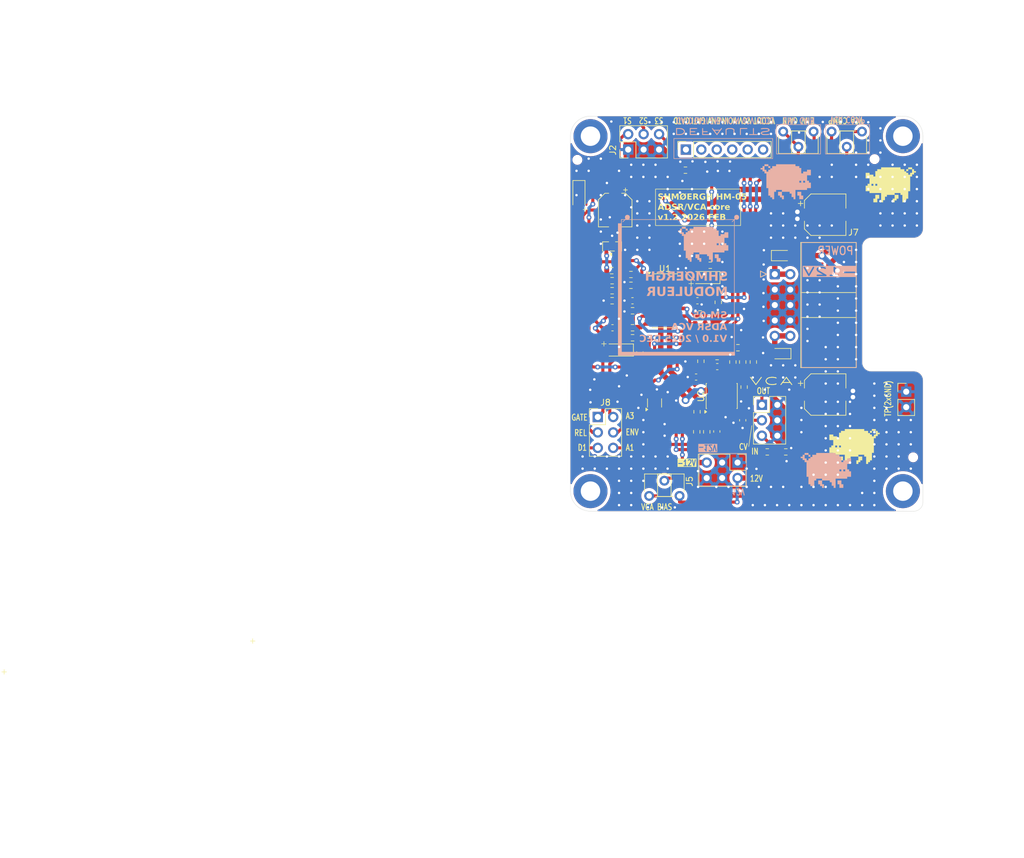
<source format=kicad_pcb>
(kicad_pcb (version 20241229) (generator "pcbnew") (generator_version "9.0")
  (layers (0 "F.Cu" signal) (2 "B.Cu" signal) (13 "F.Paste" user) (15 "B.Paste" user) (5 "F.SilkS" user "F.Silkscreen") (7 "B.SilkS" user "B.Silkscreen") (1 "F.Mask" user) (3 "B.Mask" user) (25 "Edge.Cuts" user))
  (net 0 "")
  (net 1 "GND")
  (net 2 "+12V")
  (net 3 "-12V")
  (net 4 "Net-(U1B-+)")
  (net 5 "Net-(C3-Pad1)")
  (net 6 "A1_D3_R3")
  (net 7 "Net-(U2B--)")
  (net 8 "Net-(C7-Pad2)")
  (net 9 "VCA_OUT")
  (net 10 "ATTACK_3")
  (net 11 "Net-(U1A--)")
  (net 12 "SUSTAIN_2")
  (net 13 "DECAY_1")
  (net 14 "Net-(D3-K)")
  (net 15 "Net-(D3-A)")
  (net 16 "Net-(D4-A)")
  (net 17 "Net-(D5-K)")
  (net 18 "SUSTAIN_3")
  (net 19 "SUSTAIN_1")
  (net 20 "VCA_IN")
  (net 21 "Net-(D1-A)")
  (net 22 "VCA_CV")
  (net 23 "GATE")
  (net 24 "RELEASE_1")
  (net 25 "ENV_OUT")
  (net 26 "Net-(Q1-B)")
  (net 27 "Net-(Q3A-E1)")
  (net 28 "Net-(Q3A-C1)")
  (net 29 "Net-(Q3B-C2)")
  (net 30 "Net-(Q3A-B1)")
  (net 31 "Net-(U1A-+)")
  (net 32 "Net-(U1B--)")
  (net 33 "Net-(U1D-+)")
  (net 34 "Net-(U2B-+)")
  (net 35 "Net-(U1D--)")
  (net 36 "Net-(R22-Pad2)")
  (net 37 "Net-(R24-Pad2)")
  (net 38 "Net-(R29-Pad1)")
  (net 39 "Net-(R10-Pad1)")
  (net 46 "Net-(C8-Pad2)")
  (footprint "Diode_SMD:D_SOD-323" (layer "F.Cu") (at 158.671 66.945)
    (property "Reference" "D5")
    (property "Value" "1N5817")
  )
  (footprint "Resistor_SMD:R_0603_1608Metric" (layer "F.Cu") (at 151.559 82.10175)
    (property "Reference" "R22")
    (property "Value" "100k")
  )
  (footprint "Capacitor_SMD:C_0603_1608Metric" (layer "F.Cu") (at 152.3464 94.038 90)
    (property "Reference" "C6")
    (property "Value" "100n")
  )
  (footprint "Resistor_SMD:R_0603_1608Metric" (layer "F.Cu") (at 135.43 82.989 -90)
    (property "Reference" "R10")
    (property "Value" "10k")
  )
  (footprint "Connector_PinHeader_2.54mm:PinHeader_2x03_P2.54mm_Vertical" (layer "F.Cu") (at 155.5 91.5)
    (property "Reference" "J3")
    (property "Value" "Conn_02x03_Odd_Even")
  )
  (footprint "Capacitor_SMD:C_0603_1608Metric" (layer "F.Cu") (at 134.21 74.375 180)
    (property "Reference" "C1")
    (property "Value" "100n")
  )
  (footprint "Resistor_SMD:R_0603_1608Metric" (layer "F.Cu") (at 133.954187 70.057)
    (property "Reference" "R1")
    (property "Value" "22k")
  )
  (footprint "Diode_SMD:D_SOD-323" (layer "F.Cu") (at 158.671 83.074 180)
    (property "Reference" "D4")
    (property "Value" "1N5817")
  )
  (footprint "Connector_PinHeader_2.54mm:PinHeader_2x03_P2.54mm_Vertical" (layer "F.Cu") (at 133.5 49.5 90)
    (property "Reference" "J2")
    (property "Value" "Conn_02x03_Odd_Even")
  )
  (footprint "Potentiometer_THT:Potentiometer_ACP_CA6-H2,5_Horizontal" (layer "F.Cu") (at 164.005 46.54 -90)
    (property "Reference" "RV_OUT_GAIN1")
    (property "Value" "100k")
  )
  (footprint "Connector_PinSocket_2.54mm:PinSocket_1x06_P2.54mm_Vertical" (layer "F.Cu") (at 143 49.5 90)
    (property "Reference" "J4")
    (property "Value" "Conn_01x06")
  )
  (footprint "Resistor_SMD:R_0603_1608Metric" (layer "F.Cu") (at 134.223 78.82 180)
    (property "Reference" "R7")
    (property "Value" "1M")
  )
  (footprint "Resistor_SMD:R_0603_1608Metric" (layer "F.Cu") (at 144.780157 95.943 -90)
    (property "Reference" "R29")
    (property "Value" "200k")
  )
  (footprint "MountingHole:ToolingHole_1.152mm" (layer "F.Cu") (at 125.143 51.197)
    (property "Reference" "REF**" (hide yes))
    (property "Value" "ToolingHole_1.152mm")
  )
  (footprint "Resistor_SMD:R_0603_1608Metric" (layer "F.Cu") (at 130.858 71.073 180)
    (property "Reference" "R5")
    (property "Value" "1M")
  )
  (footprint "Resistor_SMD:R_0603_1608Metric" (layer "F.Cu") (at 150.7265 84.45325 -90)
    (property "Reference" "R27")
    (property "Value" "470k")
  )
  (footprint "Resistor_SMD:R_0603_1608Metric" (layer "F.Cu") (at 145.336 76.534)
    (property "Reference" "R13")
    (property "Value" "15k")
  )
  (footprint "Package_TO_SOT_SMD:SOT-363_SC-70-6" (layer "F.Cu") (at 137.843 91.18825 90)
    (property "Reference" "Q3")
    (property "Value" "BC847BS")
  )
  (footprint "MountingHole:MountingHole_3.2mm_M3_DIN965_Pad" (layer "F.Cu") (at 178.7 105.7)
    (property "Reference" "H2")
    (property "Value" "MountingHole")
  )
  (footprint "Resistor_SMD:R_0603_1608Metric" (layer "F.Cu") (at 142.923 52.89)
    (property "Reference" "R11")
    (property "Value" "4.7k")
  )
  (footprint "Resistor_SMD:R_0603_1608Metric" (layer "F.Cu") (at 144.828 92.641 -90)
    (property "Reference" "R23")
    (property "Value" "10k")
  )
  (footprint "Resistor_SMD:R_0603_1608Metric" (layer "F.Cu") (at 134.223 76.026)
    (property "Reference" "R6")
    (property "Value" "1M")
  )
  (footprint "Resistor_SMD:R_0603_1608Metric" (layer "F.Cu") (at 148.32 74.629 90)
    (property "Reference" "R14")
    (property "Value" "47k")
  )
  (footprint "Resistor_SMD:R_0603_1608Metric" (layer "F.Cu") (at 130.858 72.724 180)
    (property "Reference" "R4")
    (property "Value" "1k")
  )
  (footprint "Resistor_SMD:R_0603_1608Metric" (layer "F.Cu") (at 130.858 74.375)
    (property "Reference" "R3")
    (property "Value" "47k")
  )
  (footprint "MountingHole:MountingHole_3.2mm_M3_DIN965_Pad" (layer "F.Cu") (at 127.3 47.3)
    (property "Reference" "H1")
    (property "Value" "MountingHole")
  )
  (footprint "Capacitor_SMD:CP_Elec_6.3x7.7" (layer "F.Cu") (at 165.91 89.805)
    (property "Reference" "C9")
    (property "Value" "100u")
  )
  (footprint "Potentiometer_THT:Potentiometer_ACP_CA6-H2,5_Horizontal" (layer "F.Cu") (at 136.954 106.484 90)
    (property "Reference" "RV_VCA_BIAS1")
    (property "Value" "100k")
  )
  (footprint "Resistor_SMD:R_0603_1608Metric" (layer "F.Cu") (at 159.433 99.245 180)
    (property "Reference" "R20")
    (property "Value" "220")
  )
  (footprint "Connector_PinHeader_2.54mm:PinHeader_2x03_P2.54mm_Vertical" (layer "F.Cu") (at 151.5 101 -90)
    (property "Reference" "J5")
    (property "Value" "Conn_02x03_Odd_Even")
  )
  (footprint "Connector_PinHeader_2.54mm:PinHeader_2x03_P2.54mm_Vertical" (layer "F.Cu") (at 128.5 93.5)
    (property "Reference" "J8")
    (property "Value" "Conn_02x03_Odd_Even")
  )
  (footprint "Shmoergh_Logo:Gyeszno" (layer "F.Cu") (at 176.705 55.303)
    (property "Reference" "G***" (hide yes))
    (property "Value" "LOGO" (hide yes))
  )
  (footprint "Resistor_SMD:R_0603_1608Metric" (layer "F.Cu") (at 152.575 88.577 -90)
    (property "Reference" "R15")
    (property "Value" "1k")
  )
  (footprint "Diode_SMD:D_SOD-123" (layer "F.Cu") (at 132.001 82.481 180)
    (property "Reference" "D1")
    (property "Value" "1N4148")
  )
  (footprint "Connector_PinHeader_2.54mm:PinHeader_1x02_P2.54mm_Vertical" (layer "F.Cu") (at 179.245 89.339)
    (property "Reference" "J6")
    (property "Value" "Conn_01x02")
  )
  (footprint "Capacitor_SMD:CP_Elec_5x5.4" (layer "F.Cu") (at 131.366 59.452 -90)
    (property "Reference" "C4")
    (property "Value" "10u")
  )
  (footprint "Resistor_SMD:R_0603_1608Metric" (layer "F.Cu") (at 134.223 80.471)
    (property "Reference" "R9")
    (property "Value" "1k")
  )
  (footprint "Capacitor_SMD:C_0603_1608Metric_Pad1.08x0.95mm_HandSolder" (layer "F.Cu") (at 148.082157 95.88 90)
    (property "Reference" "C7")
    (property "Value" "47p")
  )
  (footprint "Diode_SMD:D_SOD-123" (layer "F.Cu") (at 146.246081 70.565 180)
    (property "Reference" "D3")
    (property "Value" "1N4148")
  )
  (footprint "Package_TO_SOT_SMD:SOT-23" (layer "F.Cu") (at 130.855 65.4365 90)
    (property "Reference" "Q1")
    (property "Value" "BC857")
  )
  (footprint "Capacitor_SMD:C_0603_1608Metric" (layer "F.Cu") (at 144.6756 86.926 180)
    (property "Reference" "C5")
    (property "Value" "100n")
  )
  (footprint "Diode_SMD:D_SOD-123" (layer "F.Cu") (at 125.397 56.954 -90)
    (property "Reference" "D2")
    (property "Value" "1N4148")
  )
  (footprint "MountingHole:MountingHole_3.2mm_M3_DIN965_Pad" (layer "F.Cu") (at 178.7 47.3)
    (property "Reference" "H4")
    (property "Value" "MountingHole")
  )
  (footprint "MountingHole:ToolingHole_1.152mm" (layer "F.Cu") (at 174.038 51.07)
    (property "Reference" "REF**" (hide yes))
    (property "Value" "ToolingHole_1.152mm")
  )
  (footprint "Resistor_SMD:R_0603_1608Metric" (layer "F.Cu") (at 152.3475 84.45325 -90)
    (property "Reference" "R26")
    (property "Value" "10k")
  )
  (footprint "Connector_IDC:IDC-Header_2x05_P2.54mm_Horizontal" (layer "F.Cu") (at 157.6245 70)
    (property "Reference" "J7")
    (property "Value" "Conn_02x05_Odd_Even")
  )
  (footprint "Shmoergh_Logo:Gyeszno" (layer "F.Cu") (at 170.736 98.356)
    (property "Reference" "G***" (hide yes))
    (property "Value" "LOGO" (hide yes))
  )
  (footprint "Capacitor_SMD:C_0603_1608Metric_Pad1.08x0.95mm_HandSolder" (layer "F.Cu") (at 148.1565 85.21525 180)
    (property "Reference" "C8")
    (property "Value" "47p")
  )
  (footprint "Package_SO:SOIC-8_3.9x4.9mm_P1.27mm" (layer "F.Cu") (at 148.892 90.04125 90)
    (property "Reference" "U2")
    (property "Value" "TL072")
  )
  (footprint "Resistor_SMD:R_0603_1608Metric" (layer "F.Cu") (at 154.099 84.45075 90)
    (property "Reference" "R24")
    (property "Value" "100k")
  )
  (footprint "Capacitor_SMD:C_0603_1608Metric" (layer "F.Cu") (at 130.921 78.82)
    (property "Reference" "C3")
    (property "Value" "10n")
  )
  (footprint "Resistor_SMD:R_0603_1608Metric" (layer "F.Cu") (at 145.463 84.32625 90)
    (property "Reference" "R25")
    (property "Value" "10k")
  )
  (footprint "Resistor_SMD:R_0603_1608Metric" (layer "F.Cu") (at 130.794 69.422)
    (property "Reference" "R8")
    (property "Value" "100k")
  )
  (footprint "MountingHole:MountingHole_3.2mm_M3_DIN965_Pad" (layer "F.Cu") (at 127.3 105.7)
    (property "Reference" "H3")
    (property "Value" "MountingHole")
  )
  (footprint "Resistor_SMD:R_0603_1608Metric" (layer "F.Cu") (at 146.431157 95.943 90)
    (property "Reference" "R21")
    (property "Value" "33k")
  )
  (footprint "Package_SO:SOIC-14_3.9x8.7mm_P1.27mm" (layer "F.Cu") (at 139.557 74.375)
    (property "Reference" "U1")
    (property "Value" "LM324")
  )
  (footprint "Resistor_SMD:R_0603_1608Metric" (layer "F.Cu") (at 148.13 83.56425 180)
    (property "Reference" "R28")
    (property "Value" "470k")
  )
  (footprint "MountingHole:ToolingHole_1.152mm" (layer "F.Cu") (at 180.388 100.134)
    (property "Reference" "REF**" (hide yes))
    (property "Value" "ToolingHole_1.152mm")
  )
  (footprint "Resistor_SMD:R_0603_1608Metric" (layer "F.Cu") (at 156.385 99.245 180)
    (property "Reference" "R18")
    (property "Value" "100k")
  )
  (footprint "Resistor_SMD:R_0603_1608Metric" (layer "F.Cu") (at 133.954187 71.835)
    (property "Reference" "R2")
    (property "Value" "1k")
  )
  (footprint "Capacitor_SMD:CP_Elec_6.3x7.7" (layer "F.Cu") (at 165.91 60.214)
    (property "Reference" "C10")
    (property "Value" "100u")
  )
  (footprint "Potentiometer_THT:Potentiometer_ACP_CA6-H2,5_Horizontal" (layer "F.Cu") (at 171.966 46.54 -90)
    (property "Reference" "RV_COMP1")
    (property "Value" "10k")
  )
  (footprint "Resistor_SMD:R_0603_1608Metric" (layer "F.Cu") (at 145.336 78.185 180)
    (property "Reference" "R12")
    (property "Value" "10k")
  )
  (footprint "Capacitor_SMD:C_0603_1608Metric" (layer "F.Cu") (at 144.891 74.375 180)
    (property "Reference" "C2")
    (property "Value" "100n")
  )
  (footprint "Resistor_SMD:R_0603_1608Metric" (layer "F.Cu") (at 147.008081 68.533)
    (property "Reference" "R17")
    (property "Value" "1k")
  )
  (footprint "Shmoergh_Logo:Gyeszno" (layer "B.Cu") (at 159.433 54.795 180)
    (property "Reference" "G***" (hide yes))
    (property "Value" "LOGO" (hide yes))
  )
  (footprint "Shmoergh_Logo:Gyeszno" (layer "B.Cu") (at 166.037 102.293 180)
    (property "Reference" "G***" (hide yes))
    (property "Value" "LOGO" (hide yes))
  )
  (footprint "Shmoergh_Logo:Gyeszno" (layer "B.Cu") (at 145.844 65.082 180)
    (property "Reference" "G***" (hide yes))
    (property "Value" "LOGO" (hide yes))
  )
  (gr_line (start 153.337 98.356) (end 153.845 94.927) (stroke (width 0.1)) (layer "F.SilkS"))
  (gr_rect (start 138 56) (end 152 62) (stroke (width 0.1)) (fill no) (layer "F.SilkS"))
  (gr_rect (start 145.209 99.499) (end 152.956 104.833) (stroke (width 0.1)) (fill no) (layer "B.SilkS"))
  (gr_rect (start 162.0365 64.786) (end 171.0535 85.36) (stroke (width 0.1)) (fill no) (layer "B.SilkS"))
  (gr_line (start 155.242 70.501) (end 155.242 69.485) (stroke (width 0.1)) (layer "B.SilkS"))
  (gr_line (start 150.594 61.393) (end 151.344 60.643) (stroke (width 0.1)) (layer "B.SilkS"))
  (gr_line (start 150.969 82.82775) (end 132.382 82.82775) (stroke (width 0.1)) (layer "B.SilkS"))
  (gr_line (start 156.258 69.993) (end 155.242 70.501) (stroke (width 0.1)) (layer "B.SilkS"))
  (gr_circle (center 133.372 60.643) (end 133.122 60.393) (stroke (width 0.1)) (fill yes) (layer "B.SilkS"))
  (gr_rect (start 165.9735 45.397) (end 173.2125 50.223) (stroke (width 0.1)) (fill no) (layer "B.SilkS"))
  (gr_rect (start 131.874 61.680125) (end 132.374 82.879125) (stroke (width 0.1)) (fill yes) (layer "B.SilkS"))
  (gr_circle (center 151.344 60.643) (end 151.094 60.393) (stroke (width 0.1)) (fill yes) (layer "B.SilkS"))
  (gr_line (start 150.969 61.018) (end 150.969 82.82775) (stroke (width 0.1)) (layer "B.SilkS"))
  (gr_line (start 150.969 61.018) (end 132.382 61.018) (stroke (width 0.1)) (layer "B.SilkS"))
  (gr_rect (start 141.018 47.683) (end 157.274 50.985) (stroke (width 0.1)) (fill no) (layer "B.SilkS"))
  (gr_line (start 155.242 69.485) (end 156.258 69.993) (stroke (width 0.1)) (layer "B.SilkS"))
  (gr_rect (start 157.909 45.397) (end 165.148 50.223) (stroke (width 0.1)) (fill no) (layer "B.SilkS"))
  (gr_line (start 132.622 61.393) (end 133.372 60.643) (stroke (width 0.1)) (layer "B.SilkS"))
  (gr_rect (start 131.874 82.879125) (end 151.013 83.352875) (stroke (width 0.1)) (fill yes) (layer "B.SilkS"))
  (gr_line (start 132.382 82.862) (end 132.382 61.018) (stroke (width 0.1)) (layer "B.SilkS"))
  (gr_line (start 173.5 64) (end 180.5 64) (stroke (width 0.05)) (layer "Edge.Cuts"))
  (gr_line (start 127.3 44) (end 178.7 44) (stroke (width 0.05)) (layer "Edge.Cuts"))
  (gr_arc (start 178.7 44) (mid 181.033452 44.966548) (end 182 47.3) (stroke (width 0.05)) (layer "Edge.Cuts"))
  (gr_arc (start 172 65.5) (mid 172.43934 64.43934) (end 173.5 64) (stroke (width 0.05)) (layer "Edge.Cuts"))
  (gr_line (start 172 84.5) (end 172 65.5) (stroke (width 0.05)) (layer "Edge.Cuts"))
  (gr_line (start 180.5 86) (end 173.5 86) (stroke (width 0.05)) (layer "Edge.Cuts"))
  (gr_arc (start 127.3 109) (mid 124.966548 108.033452) (end 124 105.7) (stroke (width 0.05)) (layer "Edge.Cuts"))
  (gr_line (start 180.5 109) (end 127.3 109) (stroke (width 0.05)) (layer "Edge.Cuts"))
  (gr_arc (start 124 47.3) (mid 124.966548 44.966548) (end 127.3 44) (stroke (width 0.05)) (layer "Edge.Cuts"))
  (gr_arc (start 182 107.5) (mid 181.56066 108.56066) (end 180.5 109) (stroke (width 0.05)) (layer "Edge.Cuts"))
  (gr_line (start 124 47.3) (end 124 105.7) (stroke (width 0.05)) (layer "Edge.Cuts"))
  (gr_arc (start 180.5 86) (mid 181.56066 86.43934) (end 182 87.5) (stroke (width 0.05)) (layer "Edge.Cuts"))
  (gr_arc (start 173.5 86) (mid 172.43934 85.56066) (end 172 84.5) (stroke (width 0.05)) (layer "Edge.Cuts"))
  (gr_line (start 182 87.5) (end 182 107.5) (stroke (width 0.05)) (layer "Edge.Cuts"))
  (gr_arc (start 182 62.5) (mid 181.56066 63.56066) (end 180.5 64) (stroke (width 0.05)) (layer "Edge.Cuts"))
  (gr_line (start 182 47.3) (end 182 62.5) (stroke (width 0.05)) (layer "Edge.Cuts"))
  (gr_text "+" (at 30.147 135.948 0) (layer "F.SilkS") (effects (font (size 1 1) (thickness 0.1)) (justify left bottom)))
  (gr_text "+" (at 125.778 59.875 0) (layer "F.SilkS") (effects (font (size 1 1) (thickness 0.1)) (justify left bottom)))
  (gr_text "VCA BIAS" (at 135.557 108.897 0) (layer "F.SilkS") (effects (font (size 1 0.75) (thickness 0.15) (bold yes)) (justify left bottom)))
  (gr_text "SHMØERGH HM-05 \nADSR/VCA core\nv1.2 2026 FEB" (at 138.351 61.272 0) (layer "F.SilkS") (effects (font (size 1 1) (thickness 0.2) (bold yes)) (justify left bottom)))
  (gr_text "VCOUT" (at 155.877 44.127 180) (layer "F.SilkS") (effects (font (size 1 0.75) (thickness 0.17) (bold yes)) (justify bottom)))
  (gr_text "S2" (at 136.827 44.127 180) (layer "F.SilkS") (effects (font (size 1 0.75) (thickness 0.15) (bold yes)) (justify left bottom)))
  (gr_text "S3" (at 139.367 44.127 180) (layer "F.SilkS") (effects (font (size 1 0.75) (thickness 0.15) (bold yes)) (justify left bottom)))
  (gr_text "VCIN" (at 150.162 44.127 180) (layer "F.SilkS") (effects (font (size 1 0.75) (thickness 0.17) (bold yes)) (justify bottom)))
  (gr_text "ENV" (at 147.622 44.127 180) (layer "F.SilkS") (effects (font (size 1 0.75) (thickness 0.17) (bold yes)) (justify bottom)))
  (gr_text "CV" (at 152.448 98.991 0) (layer "F.SilkS") (effects (font (size 1 0.75) (thickness 0.15) (bold yes)) (justify bottom)))
  (gr_text "ENV GAIN" (at 161.465 44.127 180) (layer "F.SilkS") (effects (font (size 1 0.75) (thickness 0.15) (bold yes)) (justify bottom)))
  (gr_text "TP(2xGND)" (at 176.832 93.53 90) (layer "F.SilkS") (effects (font (size 1 0.75) (thickness 0.15) (bold yes)) (justify left bottom)))
  (gr_text "+" (at 128.826 81.973 0) (layer "F.SilkS") (effects (font (size 1 1) (thickness 0.1)) (justify left bottom)))
  (gr_text "12V" (at 153.464 104.198 0) (layer "F.SilkS") (effects (font (size 1 0.75) (thickness 0.15) (bold yes)) (justify left bottom)))
  (gr_text "+" (at 71.041 130.868 0) (layer "F.SilkS") (effects (font (size 1 1) (thickness 0.1)) (justify left bottom)))
  (gr_text "OUT" (at 155.75 89.805 0) (layer "F.SilkS") (effects (font (size 1 0.75) (thickness 0.15) (bold yes)) (justify bottom)))
  (gr_text "A3" (at 133.017 93.911 0) (layer "F.SilkS") (effects (font (size 1 0.75) (thickness 0.15) (bold yes)) (justify left bottom)))
  (gr_text "+" (at 143.177 72.067 0) (layer "F.SilkS") (effects (font (size 1 1) (thickness 0.1)) (justify left bottom)))
  (gr_text "VCA COMP" (at 172.26 44.127 180) (layer "F.SilkS") (effects (font (size 1 0.75) (thickness 0.15) (bold yes)) (justify left bottom)))
  (gr_text "GATI" (at 145.082 44.127 180) (layer "F.SilkS") (effects (font (size 1 0.75) (thickness 0.17) (bold yes)) (justify bottom)))
  (gr_text "A1" (at 133.017 99.118 0) (layer "F.SilkS") (effects (font (size 1 0.75) (thickness 0.15) (bold yes)) (justify left bottom)))
  (gr_text "VCV" (at 152.702 44.127 180) (layer "F.SilkS") (effects (font (size 1 0.75) (thickness 0.17) (bold yes)) (justify bottom)))
  (gr_text "VCA" (at 157.02 88.323 0) (layer "F.SilkS") (effects (font (size 1.2 2.7) (thickness 0.15) (bold yes)) (justify bottom)))
  (gr_text "-12V" (at 141.526 101.658 0) (layer "F.SilkS" knockout) (effects (font (size 1 0.75) (thickness 0.15) (bold yes)) (justify left bottom)))
  (gr_text "S1" (at 134.16 44.127 180) (layer "F.SilkS") (effects (font (size 1 0.75) (thickness 0.15) (bold yes)) (justify left bottom)))
  (gr_text "IN" (at 154.353 99.753 0) (layer "F.SilkS") (effects (font (size 1 0.75) (thickness 0.15) (bold yes)) (justify bottom)))
  (gr_text "REL" (at 126.794 96.705 0) (layer "F.SilkS") (effects (font (size 1 0.75) (thickness 0.15) (bold yes)) (justify right bottom)))
  (gr_text "GATD" (at 142.288 44.127 180) (layer "F.SilkS") (effects (font (size 1 0.75) (thickness 0.17) (bold yes)) (justify bottom)))
  (gr_text "ENV" (at 133.017 96.578 0) (layer "F.SilkS") (effects (font (size 1 0.75) (thickness 0.15) (bold yes)) (justify left bottom)))
  (gr_text "D1" (at 126.794 99.118 0) (layer "F.SilkS") (effects (font (size 1 0.75) (thickness 0.15) (bold yes)) (justify right bottom)))
  (gr_text "GATE" (at 126.921 94.165 0) (layer "F.SilkS") (effects (font (size 1 0.75) (thickness 0.15) (bold yes)) (justify right bottom)))
  (gr_text "VCOU" (at 156.004 44.127 180) (layer "B.SilkS") (effects (font (size 1 0.75) (thickness 0.15) (bold yes)) (justify bottom mirror)))
  (gr_text "ENV GAIN" (at 161.592 44.127 180) (layer "B.SilkS") (effects (font (size 1 0.75) (thickness 0.15) (bold yes)) (justify bottom mirror)))
  (gr_text "SHMØERGH \nMODULEUR" (at 149.908 73.845 0) (layer "B.SilkS") (effects (font (size 1.5 1.5) (thickness 0.28) (bold yes)) (justify left bottom mirror)))
  (gr_text "ENV" (at 148.003 44.127 180) (layer "B.SilkS") (effects (font (size 1 0.75) (thickness 0.15) (bold yes)) (justify bottom mirror)))
  (gr_text "VCV" (at 153.21 44.127 180) (layer "B.SilkS") (effects (font (size 1 0.75) (thickness 0.15) (bold yes)) (justify bottom mirror)))
  (gr_text "VCA COMP" (at 169.593 44 180) (layer "B.SilkS") (effects (font (size 1 0.75) (thickness 0.15) (bold yes)) (justify bottom mirror)))
  (gr_text "VCIN" (at 150.543 44.127 180) (layer "B.SilkS") (effects (font (size 1 0.75) (thickness 0.15) (bold yes)) (justify bottom mirror)))
  (gr_text "-12V" (at 146.5425 97.975 180) (layer "B.SilkS" knockout) (effects (font (size 1 0.75) (thickness 0.15) (bold yes)) (justify bottom mirror)))
  (gr_text "GATI" (at 145.463 44.127 180) (layer "B.SilkS") (effects (font (size 1 0.75) (thickness 0.15) (bold yes)) (justify bottom mirror)))
  (gr_text "12V" (at 151.6225 105.214 180) (layer "B.SilkS") (effects (font (size 1 0.75) (thickness 0.15) (bold yes)) (justify bottom mirror)))
  (gr_text "SM-05\nADSR VCA\nV1.0 / 2025 DEC" (at 149.781 81.338 0) (layer "B.SilkS") (effects (font (size 1.15 1.15) (thickness 0.2) (bold yes)) (justify left bottom mirror)))
  (gr_text "DEFAULTS" (at 149.019 45.905 180) (layer "B.SilkS") (effects (font (size 1 2.25) (thickness 0.15) (bold yes)) (justify bottom mirror)))
  (gr_text "GATD" (at 142.796 44.127 180) (layer "B.SilkS") (effects (font (size 1 0.75) (thickness 0.15) (bold yes)) (justify bottom mirror)))
  (gr_text "-12V" (at 171.4345 70.374 0) (layer "B.SilkS" knockout) (effects (font (size 1.3 2.25) (thickness 0.25) (bold yes)) (justify left bottom mirror)))
  (gr_text "POWER" (at 170.6725 66.945 0) (layer "B.SilkS") (effects (font (size 1.35 1.15) (thickness 0.2) (bold yes)) (justify left bottom mirror)))
  (segment (start 137.843 89.34325) (end 137.843 90.23825) (width 0.381) (layer "F.Cu") (net 1))
  (segment (start 136.112 49) (end 136.04 49) (width 0.508) (layer "F.Cu") (net 1))
  (segment (start 138.16175 89.0245) (end 137.843 89.34325) (width 0.381) (layer "F.Cu") (net 1))
  (via (at 129 65) (size 0.8) (drill 0.4) (layers "F.Cu" "B.Cu") (net 1))
  (via (at 132.89 76.131) (size 0.8) (drill 0.4) (layers "F.Cu" "B.Cu") (net 1))
  (via (at 173 54) (size 0.8) (drill 0.4) (layers "F.Cu" "B.Cu") (net 1))
  (via (at 175 46) (size 0.8) (drill 0.4) (layers "F.Cu" "B.Cu") (net 1))
  (via (at 142 63) (size 0.8) (drill 0.4) (layers "F.Cu" "B.Cu") (net 1))
  (via (at 171 80) (size 0.8) (drill 0.4) (layers "F.Cu" "B.Cu") (net 1))
  (via (at 145 46.921) (size 0.8) (drill 0.4) (layers "F.Cu" "B.Cu") (net 1))
  (via (at 156 108) (size 0.8) (drill 0.4) (layers "F.Cu" "B.Cu") (net 1))
  (via (at 178 98) (size 0.8) (drill 0.4) (layers "F.Cu" "B.Cu") (net 1))
  (via (at 171 76) (size 0.8) (drill 0.4) (layers "F.Cu" "B.Cu") (net 1))
  (via (at 168 84) (size 0.8) (drill 0.4) (layers "F.Cu" "B.Cu") (net 1))
  (via (at 138 54) (size 0.8) (drill 0.4) (layers "F.Cu" "B.Cu") (net 1))
  (via (at 139.494 94.673) (size 0.8) (drill 0.4) (layers "F.Cu" "B.Cu") (net 1))
  (via (at 174 104) (size 0.8) (drill 0.4) (layers "F.Cu" "B.Cu") (net 1))
  (via (at 174 90) (size 0.8) (drill 0.4) (layers "F.Cu" "B.Cu") (net 1))
  (via (at 159 62) (size 0.8) (drill 0.4) (layers "F.Cu" "B.Cu") (net 1))
  (via (at 177 60) (size 0.8) (drill 0.4) (layers "F.Cu" "B.Cu") (net 1))
  (via (at 171 82) (size 0.8) (drill 0.4) (layers "F.Cu" "B.Cu") (net 1))
  (via (at 177 62) (size 0.8) (drill 0.4) (layers "F.Cu" "B.Cu") (net 1))
  (via (at 150.289 83.243) (size 0.8) (drill 0.4) (layers "F.Cu" "B.Cu") (net 1))
  (via (at 172 108) (size 0.8) (drill 0.4) (layers "F.Cu" "B.Cu") (net 1))
  (via (at 160 89) (size 0.8) (drill 0.4) (layers "F.Cu" "B.Cu") (net 1))
  (via (at 160 108) (size 0.8) (drill 0.4) (layers "F.Cu" "B.Cu") (net 1))
  (via (at 138 100) (size 0.8) (drill 0.4) (layers "F.Cu" "B.Cu") (net 1))
  (via (at 176 90) (size 0.8) (drill 0.4) (layers "F.Cu" "B.Cu") (net 1))
  (via (at 161 85) (size 0.8) (drill 0.4) (layers "F.Cu" "B.Cu") (net 1))
  (via (at 128 100) (size 0.8) (drill 0.4) (layers "F.Cu" "B.Cu") (net 1))
  (via (at 161.338 59.748) (size 1.27) (drill 0.75) (layers "F.Cu" "B.Cu") (net 1))
  (via (at 136 102) (size 0.8) (drill 0.4) (layers "F.Cu" "B.Cu") (net 1))
  (via (at 165 64) (size 0.8) (drill 0.4) (layers "F.Cu" "B.Cu") (net 1))
  (via (at 164 108) (size 0.8) (drill 0.4) (layers "F.Cu" "B.Cu") (net 1))
  (via (at 145 45) (size 0.8) (drill 0.4) (layers "F.Cu" "B.Cu") (net 1))
  (via (at 136 52) (size 0.8) (drill 0.4) (layers "F.Cu" "B.Cu") (net 1))
  (via (at 134 106) (size 0.8) (drill 0.4) (layers "F.Cu" "B.Cu") (net 1))
  (via (at 147.187916 71.661237) (size 0.8) (drill 0.4) (layers "F.Cu" "B.Cu") (net 1))
  (via (at 180 94) (size 0.8) (drill 0.4) (layers "F.Cu" "B.Cu") (net 1))
  (via (at 162 94) (size 0.8) (drill 0.4) (layers "F.Cu" "B.Cu") (net 1))
  (via (at 178 94) (size 0.8) (drill 0.4) (layers "F.Cu" "B.Cu") (net 1))
  (via (at 129 57) (size 0.8) (drill 0.4) (layers "F.Cu" "B.Cu") (net 1))
  (via (at 174 94) (size 0.8) (drill 0.4) (layers "F.Cu" "B.Cu") (net 1))
  (via (at 144.987081 102.401633) (size 0.8) (drill 0.4) (layers "F.Cu" "B.Cu") (net 1))
  (via (at 148 105) (size 0.8) (drill 0.4) (layers "F.Cu" "B.Cu") (net 1))
  (via (at 140 102) (size 0.8) (drill 0.4) (layers "F.Cu" "B.Cu") (net 1))
  (via (at 157 105) (size 0.8) (drill 0.4) (layers "F.Cu" "B.Cu") (net 1))
  (via (at 129 51) (size 0.8) (drill 0.4) (layers "F.Cu" "B.Cu") (net 1))
  (via (at 157 64) (size 0.8) (drill 0.4) (layers "F.Cu" "B.Cu") (net 1))
  (via (at 179 60) (size 0.8) (drill 0.4) (layers "F.Cu" "B.Cu") (net 1))
  (via (at 155.792402 70.869081) (size 0.8) (drill 0.4) (layers "F.Cu" "B.Cu") (net 1))
  (via (at 166 105) (size 0.8) (drill 0.4) (layers "F.Cu" "B.Cu") (net 1))
  (via (at 174 92) (size 0.8) (drill 0.4) (layers "F.Cu" "B.Cu") (net 1))
  (via (at 168 80) (size 0.8) (drill 0.4) (layers "F.Cu" "B.Cu") (net 1))
  (via (at 166 93) (size 0.8) (drill 0.4) (layers "F.Cu" "B.Cu") (net 1))
  (via (at 181 60) (size 0.8) (drill 0.4) (layers "F.Cu" "B.Cu") (net 1))
  (via (at 168 74) (size 0.8) (drill 0.4) (layers "F.Cu" "B.Cu") (net 1))
  (via (at 146 70) (size 0.8) (drill 0.4) (layers "F.Cu" "B.Cu") (net 1))
  (via (at 149 63) (size 0.8) (drill 0.4) (layers "F.Cu" "B.Cu") (net 1))
  (via (at 155.827001 66.059728) (size 0.8) (drill 0.4) (layers "F.Cu" "B.Cu") (net 1))
  (via (at 145 105) (size 0.8) (drill 0.4) (layers "F.Cu" "B.Cu") (net 1))
  (via (at 137 45) (size 0.8) (drill 0.4) (layers "F.Cu" "B.Cu") (net 1))
  (via (at 142.415 54.668) (size 0.8) (drill 0.4) (layers "F.Cu" "B.Cu") (net 1))
  (via (at 181 56) (size 0.8) (drill 0.4) (layers "F.Cu" "B.Cu") (net 1))
  (via (at 140.007878 89.409509) (size 0.8) (drill 0.4) (layers "F.Cu" "B.Cu") (net 1))
  (via (at 168 99) (size 0.8) (drill 0.4) (layers "F.Cu" "B.Cu") (net 1))
  (via (at 157 46.921) (size 0.8) (drill 0.4) (layers "F.Cu" "B.Cu") (net 1))
  (via (at 132.89 74.353) (size 0.8) (drill 0.4) (layers "F.Cu" "B.Cu") (net 1))
  (via (at 139 45) (size 0.8) (drill 0.4) (layers "F.Cu" "B.Cu") (net 1))
  (via (at 131.747 90.99) (size 0.8) (drill 0.4) (layers "F.Cu" "B.Cu") (net 1))
  (via (at 167 62) (size 0.8) (drill 0.4) (layers "F.Cu" "B.Cu") (net 1))
  (via (at 165 54) (size 0.8) (drill 0.4) (layers "F.Cu" "B.Cu") (net 1))
  (via (at 159 87) (size 0.8) (drill 0.4) (layers "F.Cu" "B.Cu") (net 1))
  (via (at 170 101) (size 0.8) (drill 0.4) (layers "F.Cu" "B.Cu") (net 1))
  (via (at 168 103) (size 0.8) (drill 0.4) (layers "F.Cu" "B.Cu") (net 1))
  (via (at 180 96) (size 0.8) (drill 0.4) (layers "F.Cu" "B.Cu") (net 1))
  (via (at 166 84) (size 0.8) (drill 0.4) (layers "F.Cu" "B.Cu") (net 1))
  (via (at 173 45) (size 0.8) (drill 0.4) (layers "F.Cu" "B.Cu") (net 1))
  (via (at 140 56) (size 0.8) (drill 0.4) (layers "F.Cu" "B.Cu") (net 1))
  (via (at 176 96) (size 0.8) (drill 0.4) (layers "F.Cu" "B.Cu") (net 1))
  (via (at 149 65) (size 0.8) (drill 0.4) (layers "F.Cu" "B.Cu") (net 1))
  (via (at 135.176 92.006) (size 0.8) (drill 0.4) (layers "F.Cu" "B.Cu") (net 1))
  (via (at 142.034 56.573) (size 0.8) (drill 0.4) (layers "F.Cu" "B.Cu") (net 1))
  (via (at 166 82) (size 0.8) (drill 0.4) (layers "F.Cu" "B.Cu") (net 1))
  (via (at 141.704739 69.138403) (size 0.8) (drill 0.4) (layers "F.Cu" "B.Cu") (net 1))
  (via (at 179 58) (size 0.8) (drill 0.4) (layers "F.Cu" "B.Cu") (net 1))
  (via (at 168 108) (size 0.8) (drill 0.4) (layers "F.Cu" "B.Cu") (net 1))
  (via (at 171 45) (size 0.8) (drill 0.4) (layers "F.Cu" "B.Cu") (net 1))
  (via (at 173 56) (size 0.8) (drill 0.4) (layers "F.Cu" "B.Cu") (net 1))
  (via (at 134 102) (size 0.8) (drill 0.4) (layers "F.Cu" "B.Cu") (net 1))
  (via (at 161.611272 46.694497) (size 0.8) (drill 0.4) (layers "F.Cu" "B.Cu") (net 1))
  (via (at 155.757802 73.118058) (size 0.8) (drill 0.4) (layers "F.Cu" "B.Cu") (net 1))
  (via (at 154.607 102.039) (size 0.8) (drill 0.4) (layers "F.Cu" "B.Cu") (net 1))
  (via (at 143 46.921) (size 0.8) (drill 0.4) (layers "F.Cu" "B.Cu") (net 1))
  (via (at 159.56 100.769) (size 0.8) (drill 0.4) (layers "F.Cu" "B.Cu") (net 1))
  (via (at 163 71) (size 0.8) (drill 0.4) (layers "F.Cu" "B.Cu") (net 1))
  (via (at 176 100) (size 0.8) (drill 0.4) (layers "F.Cu" "B.Cu") (net 1))
  (via (at 163 81) (size 0.8) (drill 0.4) (layers "F.Cu" "B.Cu") (net 1))
  (via (at 153 102) (size 0.8) (drill 0.4) (layers "F.Cu" "B.Cu") (net 1))
  (via (at 157 60) (size 0.8) (drill 0.4) (layers "F.Cu" "B.Cu") (net 1))
  (via (at 165 73) (size 0.8) (drill 0.4) (layers "F.Cu" "B.Cu") (net 1))
  (via (at 177 58) (size 0.8) (drill 0.4) (layers "F.Cu" "B.Cu") (net 1))
  (via (at 176 88) (size 0.8) (drill 0.4) (layers "F.Cu" "B.Cu") (net 1))
  (via (at 129.461 74.353) (size 0.8) (drill 0.4) (layers "F.Cu" "B.Cu") (net 1))
  (via (at 163 69) (size 0.8) (drill 0.4) (layers "F.Cu" "B.Cu") (net 1))
  (via (at 163 77) (size 0.8) (drill 0.4) (layers "F.Cu" "B.Cu") (net 1))
  (via (at 174 98) (size 0.8) (drill 0.4) (layers "F.Cu" "B.Cu") (net 1))
  (via (at 144 65) (size 0.8) (drill 0.4) (layers "F.Cu" "B.Cu") (net 1))
  (via (at 163 79) (size 0.8) (drill 0.4) (layers "F.Cu" "B.Cu") (net 1))
  (via (at 130.477 60.637) (size 0.8) (drill 0.4) (layers "F.Cu" "B.Cu") (net 1))
  (via (at 144 63) (size 0.8) (drill 0.4) (layers "F.Cu" "B.Cu") (net 1))
  (via (at 170 99) (size 0.8) (drill 0.4) (layers "F.Cu" "B.Cu") (net 1))
  (via (at 153 105) (size 0.8) (drill 0.4) (layers "F.Cu" "B.Cu") (net 1))
  (via (at 132.89 71.305) (size 0.8) (drill 0.4) (layers "F.Cu" "B.Cu") (net 1))
  (via (at 126 100) (size 0.8) (drill 0.4) (layers "F.Cu" "B.Cu") (net 1))
  (via (at 158 108) (size 0.8) (drill 0.4) (layers "F.Cu" "B.Cu") (net 1))
  (via (at 130.858 63.685) (size 0.8) (drill 0.4) (layers "F.Cu" "B.Cu") (net 1))
  (via (at 127.251804 89.029363) (size 0.8) (drill 0.4) (layers "F.Cu" "B.Cu") (net 1))
  (via (at 144 56) (size 0.8) (drill 0.4) (layers "F.Cu" "B.Cu") (net 1))
  (via (at 171 68) (size 0.8) (drill 0.4) (layers "F.Cu" "B.Cu") (net 1))
  (via (at 162 96) (size 0.8) (drill 0.4) (layers "F.Cu" "B.Cu") (net 1))
  (via (at 138 52) (size 0.8) (drill 0.4) (layers "F.Cu" "B.Cu") (net 1))
  (via (at 171 70) (size 0.8) (drill 0.4) (layers "F.Cu" "B.Cu") (net 1))
  (via (at 132 53) (size 0.8) (drill 0.4) (layers "F.Cu" "B.Cu") (net 1))
  (via (at 180 102) (size 0.8) (drill 0.4) (layers "F.Cu" "B.Cu") (net 1))
  (via (at 169 68) (size 0.8) (drill 0.4) (layers "F.Cu" "B.Cu") (net 1))
  (via (at 161.338 60.891) (size 1.27) (drill 0.75) (layers "F.Cu" "B.Cu") (net 1))
  (via (at 168 93) (size 0.8) (drill 0.4) (layers "F.Cu" "B.Cu") (net 1))
  (via (at 132 106) (size 0.8) (drill 0.4) (layers "F.Cu" "B.Cu") (net 1))
  (via (at 162 108) (size 0.8) (drill 0.4) (layers "F.Cu" "B.Cu") (net 1))
  (via (at 153 46.921) (size 0.8) (drill 0.4) (layers "F.Cu" "B.Cu") (net 1))
  (via (at 176 102) (size 0.8) (drill 0.4) (layers "F.Cu" "B.Cu") (net 1))
  (via (at 168 72) (size 0.8) (drill 0.4) (layers "F.Cu" "B.Cu") (net 1))
  (via (at 132.001 81.973) (size 0.8) (drill 0.4) (layers "F.Cu" "B.Cu") (net 1))
  (via (at 166 99) (size 0.8) (drill 0.4) (layers "F.Cu" "B.Cu") (net 1))
  (via (at 127.303149 91.083169) (size 0.8) (drill 0.4) (layers "F.Cu" "B.Cu") (net 1))
  (via (at 157 45) (size 0.8) (drill 0.4) (layers "F.Cu" "B.Cu") (net 1))
  (via (at 154 108) (size 0.8) (drill 0.4) (layers "F.Cu" "B.Cu") (net 1))
  (via (at 162 92) (size 0.8) (drill 0.4) (layers "F.Cu" "B.Cu") (net 1))
  (via (at 155.792402 77.685213) (size 0.8) (drill 0.4) (layers "F.Cu" "B.Cu") (net 1))
  (via (at 135 62) (size 0.8) (drill 0.4) (layers "F.Cu" "B.Cu") (net 1))
  (via (at 159 85) (size 0.8) (drill 0.4) (layers "F.Cu" "B.Cu") (net 1))
  (via (at 173 52) (size 0.8) (drill 0.4) (layers "F.Cu" "B.Cu") (net 1))
  (via (at 137 66) (size 0.8) (drill 0.4) (layers "F.Cu" "B.Cu") (net 1))
  (via (at 174 96) (size 0.8) (drill 0.4) (layers "F.Cu" "B.Cu") (net 1))
  (via (at 134 108) (size 0.8) (drill 0.4) (layers "F.Cu" "B.Cu") (net 1))
  (via (at 138 102) (size 0.8) (drill 0.4) (layers "F.Cu" "B.Cu") (net 1))
  (via (at 153 45) (size 0.8) (drill 0.4) (layers "F.Cu" "B.Cu") (net 1))
  (via (at 162 105) (size 0.8) (drill 0.4) (layers "F.Cu" "B.Cu") (net 1))
  (via (at 150.533889 80.344516) (size 0.8) (drill 0.4) (layers "F.Cu" "B.Cu") (net 1))
  (via (at 133 57) (size 0.8) (drill 0.4) (layers "F.Cu" "B.Cu") (net 1))
  (via (at 165 62) (size 0.8) (drill 0.4) (layers "F.Cu" "B.Cu") (net 1))
  (via (at 135 58) (size 0.8) (drill 0.4) (layers "F.Cu" "B.Cu") (net 1))
  (via (at 173 50) (size 0.8) (drill 0.4) (layers "F.Cu" "B.Cu") (net 1))
  (via (at 171 78) (size 0.8) (drill 0.4) (layers "F.Cu" "B.Cu") (net 1))
  (via (at 161 64) (size 0.8) (drill 0.4) (layers "F.Cu" "B.Cu") (net 1))
  (via (at 180 98) (size 0.8) (drill 0.4) (layers "F.Cu" "B.Cu") (net 1))
  (via (at 144 67) (size 0.8) (drill 0.4) (layers "F.Cu" "B.Cu") (net 1))
  (via (at 159 60) (size 0.8) (drill 0.4) (layers "F.Cu" "B.Cu") (net 1))
  (via (at 131.984825 77.341627) (size 0.8) (drill 0.4) (layers "F.Cu" "B.Cu") (net 1))
  (via (at 125 57) (size 0.8) (drill 0.4) (layers "F.Cu" "B.Cu") (net 1))
  (via (at 132.001 88.45) (size 0.8) (drill 0.4) (layers "F.Cu" "B.Cu") (net 1))
  (via (at 141.17929 108.374056) (size 0.8) (drill 0.4) (layers "F.Cu" "B.Cu") (net 1))
  (via (at 141.399799 90.794568) (size 0.8) (drill 0.4) (layers "F.Cu" "B.Cu") (net 1))
  (via (at 150.162 53.017) (size 0.8) (drill 0.4) (layers "F.Cu" "B.Cu") (net 1))
  (via (at 166 103) (size 0.8) (drill 0.4) (layers "F.Cu" "B.Cu") (net 1))
  (via (at 130.731 44.889) (size 0.8) (drill 0.4) (layers "F.Cu" "B.Cu") (net 1))
  (via (at 155 45) (size 0.8) (drill 0.4) (layers "F.Cu" "B.Cu") (net 1))
  (via (at 143 45) (size 0.8) (drill 0.4) (layers "F.Cu" "B.Cu") (net 1))
  (via (at 175 48) (size 0.8) (drill 0.4) (layers "F.Cu" "B.Cu") (net 1))
  (via (at 170 91) (size 0.8) (drill 0.4) (layers "F.Cu" "B.Cu") (net 1))
  (via (at 168 86) (size 0.8) (drill 0.4) (layers "F.Cu" "B.Cu") (net 1))
  (via (at 167 54) (size 0.8) (drill 0.4) (layers "F.Cu" "B.Cu") (net 1))
  (via (at 142.910531 84.360938) (size 0.8) (drill 0.4) (layers "F.Cu" "B.Cu") (net 1))
  (via (at 177 56) (size 0.8) (drill 0.4) (layers "F.Cu" "B.Cu") (net 1))
  (via (at 168 82) (size 0.8) (drill 0.4) (layers "F.Cu" "B.Cu") (net 1))
  (via (at 171 54) (size 0.8) (drill 0.4) (layers "F.Cu" "B.Cu") (net 1))
  (via (at 127 53) (size 0.8) (drill 0.4) (layers "F.Cu" "B.Cu") (net 1))
  (via (at 155.757802 75.367036) (size 0.8) (drill 0.4) (layers "F.Cu" "B.Cu") (net 1))
  (via (at 157 85) (size 0.8) (drill 0.4) (layers "F.Cu" "B.Cu") (net 1))
  (via (at 166 95) (size 0.8) (drill 0.4) (layers "F.Cu" "B.Cu") (net 1))
  (via (at 155.687558 80.407459) (size 0.8) (drill 0.4) (layers "F.Cu" "B.Cu") (net 1))
  (via (at 136 100) (size 0.8) (drill 0.4) (layers "F.Cu" "B.Cu") (net 1))
  (via (at 127 51) (size 0.8) (drill 0.4) (layers "F.Cu" "B.Cu") (net 1))
  (via (at 132 104) (size 0.8) (drill 0.4) (layers "F.Cu" "B.Cu") (net 1))
  (via (at 167 52) (size 0.8) (drill 0.4) (layers "F.Cu" "B.Cu") (net 1))
  (via (at 176 94) (size 0.8) (drill 0.4) (layers "F.Cu" "B.Cu") (net 1))
  (via (at 171 50) (size 0.8) (drill 0.4) (layers "F.Cu" "B.Cu") (net 1))
  (via (at 149 46.921) (size 0.8) (drill 0.4) (layers "F.Cu" "B.Cu") (net 1))
  (via (at 165 75) (size 0.8) (drill 0.4) (layers "F.Cu" "B.Cu") (net 1))
  (via (at 148.257 53.017) (size 0.8) (drill 0.4) (layers "F.Cu" "B.Cu") (net 1))
  (via (at 174 100) (size 0.8) (drill 0.4) (layers "F.Cu" "B.Cu") (net 1))
  (via (at 170 95) (size 0.8) (drill 0.4) (layers "F.Cu" "B.Cu") (net 1))
  (via (at 178 96) (size 0.8) (drill 0.4) (layers "F.Cu" "B.Cu") (net 1))
  (via (at 130 102) (size 0.8) (drill 0.4) (layers "F.Cu" "B.Cu") (net 1))
  (via (at 152.560456 75.723942) (size 0.8) (drill 0.4) (layers "F.Cu" "B.Cu") (net 1))
  (via (at 159 105) (size 0.8) (drill 0.4) (layers "F.Cu" "B.Cu") (net 1))
  (via (at 166 101) (size 0.8) (drill 0.4) (layers "F.Cu" "B.Cu") (net 1))
  (via (at 136 94) (size 0.8) (drill 0.4) (layers "F.Cu" "B.Cu") (net 1))
  (via (at 168 91) (size 0.8) (drill 0.4) (layers "F.Cu" "B.Cu") (net 1))
  (via (at 146.202638 51.52856) (size 0.8) (drill 0.4) (layers "F.Cu" "B.Cu") (net 1))
  (via (at 133 66) (size 0.8) (drill 0.4) (layers "F.Cu" "B.Cu") (net 1))
  (via (at 177 54) (size 0.8) (drill 0.4) (layers "F.Cu" "B.Cu") (net 1))
  (via (at 161 45) (size 0.8) (drill 0.4) (layers "F.Cu" "B.Cu") (net 1))
  (via (at 148.257 75.877) (size 0.8) (drill 0.4) (layers "F.Cu" "B.Cu") (net 1))
  (via (at 175 58) (size 0.8) (drill 0.4) (layers "F.Cu" "B.Cu") (net 1))
  (via (at 135 66) (size 0.8) (drill 0.4) (layers "F.Cu" "B.Cu") (net 1))
  (via (at 152.094346 79.209638) (size 0.8) (drill 0.4) (layers "F.Cu" "B.Cu") (net 1))
  (via (at 125 53) (size 0.8) (drill 0.4) (layers "F.Cu" "B.Cu") (net 1))
  (via (at 170 97) (size 0.8) (drill 0.4) (layers "F.Cu" "B.Cu") (net 1))
  (via (at 177 52) (size 0.8) (drill 0.4) (layers "F.Cu" "B.Cu") (net 1))
  (via (at 137 62) (size 0.8) (drill 0.4) (layers "F.Cu" "B.Cu") (net 1))
  (via (at 175 56) (size 0.8) (drill 0.4) (layers "F.Cu" "B.Cu") (net 1))
  (via (at 150 105) (size 0.8) (drill 0.4) (layers "F.Cu" "B.Cu") (net 1))
  (via (at 179 62) (size 0.8) (drill 0.4) (layers "F.Cu" "B.Cu") (net 1))
  (via (at 174 106) (size 0.8) (drill 0.4) (layers "F.Cu" "B.Cu") (net 1))
  (via (at 163 73) (size 0.8) (drill 0.4) (layers "F.Cu" "B.Cu") (net 1))
  (via (at 155.703729 82.978635) (size 0.8) (drill 0.4) (layers "F.Cu" "B.Cu") (net 1))
  (via (at 147 45) (size 0.8) (drill 0.4) (layers "F.Cu" "B.Cu") (net 1))
  (via (at 137 60) (size 0.8) (drill 0.4) (layers "F.Cu" "B.Cu") (net 1))
  (via (at 136 54) (size 0.8) (drill 0.4) (layers "F.Cu" "B.Cu") (net 1))
  (via (at 168 95) (size 0.8) (drill 0.4) (layers "F.Cu" "B.Cu") (net 1))
  (via (at 134 52) (size 0.8) (drill 0.4) (layers "F.Cu" "B.Cu") (net 1))
  (via (at 150.824152 94.449294) (size 0.8) (drill 0.4) (layers "F.Cu" "B.Cu") (net 1))
  (via (at 137 64) (size 0.8) (drill 0.4) (layers "F.Cu" "B.Cu") (net 1))
  (via (at 175 62) (size 0.8) (drill 0.4) (layers "F.Cu" "B.Cu") (net 1))
  (via (at 155.792402 68.412505) (size 0.8) (drill 0.4) (layers "F.Cu" "B.Cu") (net 1))
  (via (at 170 108) (size 0.8) (drill 0.4) (layers "F.Cu" "B.Cu") (net 1))
  (via (at 179 54) (size 0.8) (drill 0.4) (layers "F.Cu" "B.Cu") (net 1))
  (via (at 168.464783 44.941561) (size 0.8) (drill 0.4) (layers "F.Cu" "B.Cu") (net 1))
  (via (at 166 88) (size 0.8) (drill 0.4) (layers "F.Cu" "B.Cu") (net 1))
  (via (at 166 108) (size 0.8) (drill 0.4) (layers "F.Cu" "B.Cu") (net 1))
  (via (at 153.367829 92.06627) (size 0.8) (drill 0.4) (layers "F.Cu" "B.Cu") (net 1))
  (via (at 142 67) (size 0.8) (drill 0.4) (layers "F.Cu" "B.Cu") (net 1))
  (via (at 166 97) (size 0.8) (drill 0.4) (layers "F.Cu" "B.Cu") (net 1))
  (via (at 174 88) (size 0.8) (drill 0.4) (layers "F.Cu" "B.Cu") (net 1))
  (via (at 151 46.921) (size 0.8) (drill 0.4) (layers "F.Cu" "B.Cu") (net 1))
  (via (at 163 64) (size 0.8) (drill 0.4) (layers "F.Cu" "B.Cu") (net 1))
  (via (at 178 102) (size 0.8) (drill 0.4) (layers "F.Cu" "B.Cu") (net 1))
  (via (at 157 62) (size 0.8) (drill 0.4) (layers "F.Cu" "B.Cu") (net 1))
  (via (at 170.482 90.228) (size 1.27) (drill 0.75) (layers "F.Cu" "B.Cu") (net 1))
  (via (at 132 108) (size 0.8) (drill 0.4) (layers "F.Cu" "B.Cu") (net 1))
  (via (at 132 102) (size 0.8) (drill 0.4) (layers "F.Cu" "B.Cu") (net 1))
  (via (at 173 48) (size 0.8) (drill 0.4) (layers "F.Cu" "B.Cu") (net 1))
  (via (at 179 52) (size 0.8) (drill 0.4) (layers "F.Cu" "B.Cu") (net 1))
  (via (at 135.684 89.847) (size 0.8) (drill 0.4) (layers "F.Cu" "B.Cu") (net 1))
  (via (at 130 100) (size 0.8) (drill 0.4) (layers "F.Cu" "B.Cu") (net 1))
  (via (at 181 54) (size 0.8) (drill 0.4) (layers "F.Cu" "B.Cu") (net 1))
  (via (at 155 46.921) (size 0.8) (drill 0.4) (layers "F.Cu" "B.Cu") (net 1))
  (via (at 161 87) (size 0.8) (drill 0.4) (layers "F.Cu" "B.Cu") (net 1))
  (via (at 163 75) (size 0.8) (drill 0.4) (layers "F.Cu" "B.Cu") (net 1))
  (via (at 161 62) (size 0.8) (drill 0.4) (layers "F.Cu" "B.Cu") (net 1))
  (via (at 176 98) (size 0.8) (drill 0.4) (layers "F.Cu" "B.Cu") (net 1))
  (via (at 179 56) (size 0.8) (drill 0.4) (layers "F.Cu" "B.Cu") (net 1))
  (via (at 175 60) (size 0.8) (drill 0.4) (layers "F.Cu" "B.Cu") (net 1))
  (via (at 134 100) (size 0.8) (drill 0.4) (layers "F.Cu" "B.Cu") (net 1))
  (via (at 136 104) (size 0.8) (drill 0.4) (layers "F.Cu" "B.Cu") (net 1))
  (via (at 165 71) (size 0.8) (drill 0.4) (layers "F.Cu" "B.Cu") (net 1))
  (via (at 138.224 88.958) (size 0.8) (drill 0.4) (layers "F.Cu" "B.Cu") (net 1))
  (via (at 134 104) (size 0.8) (drill 0.4) (layers "F.Cu" "B.Cu") (net 1))
  (via (at 142 65) (size 0.8) (drill 0.4) (layers "F.Cu" "B.Cu") (net 1))
  (via (at 143 69) (size 0.8) (drill 0.4) (layers "F.Cu" "B.Cu") (net 1))
  (via (at 170.482 89.212) (size 1.27) (drill 0.75) (layers "F.Cu" "B.Cu") (net 1))
  (via (at 127.937 87.307) (size 0.8) (drill 0.4) (layers "F.Cu" "B.Cu") (net 1))
  (via (at 152.321 95.308) (size 0.8) (drill 0.4) (layers "F.Cu" "B.Cu") (net 1))
  (via (at 171 84) (size 0.8) (drill 0.4) (layers "F.Cu" "B.Cu") (net 1))
  (via (at 136 96) (size 0.8) (drill 0.4) (layers "F.Cu" "B.Cu") (net 1))
  (via (at 181 62) (size 0.8) (drill 0.4) (layers "F.Cu" "B.Cu") (net 1))
  (via (at 168 88) (size 0.8) (drill 0.4) (layers "F.Cu" "B.Cu") (net 1))
  (via (at 164 105) (size 0.8) (drill 0.4) (layers "F.Cu" "B.Cu") (net 1))
  (via (at 149.527 93.53) (size 0.8) (drill 0.4) (layers "F.Cu" "B.Cu") (net 1))
  (via (at 155 105) (size 0.8) (drill 0.4) (layers "F.Cu" "B.Cu") (net 1))
  (via (at 166 86) (size 0.8) (drill 0.4) (layers "F.Cu" "B.Cu") (net 1))
  (via (at 166 91) (size 0.8) (drill 0.4) (layers "F.Cu" "B.Cu") (net 1))
  (via (at 132 100) (size 0.8) (drill 0.4) (layers "F.Cu" "B.Cu") (net 1))
  (via (at 151 45) (size 0.8) (drill 0.4) (layers "F.Cu" "B.Cu") (net 1))
  (via (at 168 101) (size 0.8) (drill 0.4) (layers "F.Cu" "B.Cu") (net 1))
  (via (at 135 60) (size 0.8) (drill 0.4) (layers "F.Cu" "B.Cu") (net 1))
  (via (at 165 77) (size 0.8) (drill 0.4) (layers "F.Cu" "B.Cu") (net 1))
  (via (at 142.077675 51.499096) (size 0.8) (drill 0.4) (layers "F.Cu" "B.Cu") (net 1))
  (via (at 134 59) (size 0.8) (drill 0.4) (layers "F.Cu" "B.Cu") (net 1))
  (via (at 174 108) (size 0.8) (drill 0.4) (layers "F.Cu" "B.Cu") (net 1))
  (via (at 165 69) (size 0.8) (drill 0.4) (layers "F.Cu" "B.Cu") (net 1))
  (via (at 144.574 76.004) (size 0.8) (drill 0.4) (layers "F.Cu" "B.Cu") (net 1))
  (via (at 175 54) (size 0.8) (drill 0.4) (layers "F.Cu" "B.Cu") (net 1))
  (via (at 139.073263 108.394306) (size 0.8) (drill 0.4) (layers "F.Cu" "B.Cu") (net 1))
  (via (at 149 72) (size 0.8) (drill 0.4) (layers "F.Cu" "B.Cu") (net 1))
  (via (at 137 58) (size 0.8) (drill 0.4) (layers "F.Cu" "B.Cu") (net 1))
  (via (at 171 66) (size 0.8) (drill 0.4) (layers "F.Cu" "B.Cu") (net 1))
  (via (at 171 52) (size 0.8) (drill 0.4) (layers "F.Cu" "B.Cu") (net 1))
  (via (at 168 78) (size 0.8) (drill 0.4) (layers "F.Cu" "B.Cu") (net 1))
  (via (at 170 93) (size 0.8) (drill 0.4) (layers "F.Cu" "B.Cu") (net 1))
  (via (at 159 64) (size 0.8) (drill 0.4) (layers "F.Cu" "B.Cu") (net 1))
  (via (at 168 97) (size 0.8) (drill 0.4) (layers "F.Cu" "B.Cu") (net 1))
  (via (at 128 102) (size 0.8) (drill 0.4) (layers "F.Cu" "B.Cu") (net 1))
  (via (at 174 102) (size 0.8) (drill 0.4) (layers "F.Cu" "B.Cu") (net 1))
  (via (at 171 74) (size 0.8) (drill 0.4) (layers "F.Cu" "B.Cu") (net 1))
  (via (at 146.508 53.127) (size 0.8) (drill 0.4) (layers "F.Cu" "B.Cu") (net 1))
  (via (at 156 89) (size 0.8) (drill 0.4) (layers "F.Cu" "B.Cu") (net 1))
  (via (at 164 103) (size 0.8) (drill 0.4) (layers "F.Cu" "B.Cu") (net 1))
  (via (at 165.521859 44.957642) (size 0.8) (drill 0.4) (layers "F.Cu" "B.Cu") (net 1))
  (via (at 163 62) (size 0.8) (drill 0.4) (layers "F.Cu" "B.Cu") (net 1))
  (via (at 149 68) (size 0.8) (drill 0.4) (layers "F.Cu" "B.Cu") (net 1))
  (via (at 149 45) (size 0.8) (drill 0.4) (layers "F.Cu" "B.Cu") (net 1))
  (via (at 141 46.921) (size 0.8) (drill 0.4) (layers "F.Cu" "B.Cu") (net 1))
  (via (at 163 45) (size 0.8) (drill 0.4) (layers "F.Cu" "B.Cu") (net 1))
  (via (at 141 45) (size 0.8) (drill 0.4) (layers "F.Cu" "B.Cu") (net 1))
  (via (at 134 54) (size 0.8) (drill 0.4) (layers "F.Cu" "B.Cu") (net 1))
  (via (at 154 87) (size 0.8) (drill 0.4) (layers "F.Cu" "B.Cu") (net 1))
  (via (at 144.081229 51.440168) (size 0.8) (drill 0.4) (layers "F.Cu" "B.Cu") (net 1))
  (via (at 126 102) (size 0.8) (drill 0.4) (layers "F.Cu" "B.Cu") (net 1))
  (via (at 133.271 86.672) (size 0.8) (drill 0.4) (layers "F.Cu" "B.Cu") (net 1))
  (via (at 148.206192 51.440168) (size 0.8) (drill 0.4) (layers "F.Cu" "B.Cu") (net 1))
  (via (at 150.268674 51.469632) (size 0.8) (drill 0.4) (layers "F.Cu" "B.Cu") (net 1))
  (via (at 129 63) (size 0.8) (drill 0.4) (layers "F.Cu" "B.Cu") (net 1))
  (via (at 160.322 98.61) (size 0.8) (drill 0.4) (layers "F.Cu" "B.Cu") (net 1))
  (via (at 143.304 86.926) (size 0.8) (drill 0.4) (layers "F.Cu" "B.Cu") (net 1))
  (via (at 181 52) (size 0.8) (drill 0.4) (layers "F.Cu" "B.Cu") (net 1))
  (via (at 175 50) (size 0.8) (drill 0.4) (layers "F.Cu" "B.Cu") (net 1))
  (via (at 146 65) (size 0.8) (drill 0.4) (layers "F.Cu" "B.Cu") (net 1))
  (via (at 140 100) (size 0.8) (drill 0.4) (layers "F.Cu" "B.Cu") (net 1))
  (via (at 146 63) (size 0.8) (drill 0.4) (layers "F.Cu" "B.Cu") (net 1))
  (via (at 129 61) (size 0.8) (drill 0.4) (layers "F.Cu" "B.Cu") (net 1))
  (via (at 145.59 74.988) (size 0.8) (drill 0.4) (layers "F.Cu" "B.Cu") (net 1))
  (via (at 130 55) (size 0.8) (drill 0.4) (layers "F.Cu" "B.Cu") (net 1))
  (via (at 131.747 63.177) (size 0.8) (drill 0.4) (layers "F.Cu" "B.Cu") (net 1))
  (via (at 135 64) (size 0.8) (drill 0.4) (layers "F.Cu" "B.Cu") (net 1))
  (via (at 176 92) (size 0.8) (drill 0.4) (layers "F.Cu" "B.Cu") (net 1))
  (via (at 152.082602 90.941696) (size 0.8) (drill 0.4) (layers "F.Cu" "B.Cu") (net 1))
  (via (at 181 58) (size 0.8) (drill 0.4) (layers "F.Cu" "B.Cu") (net 1))
  (via (at 168 76) (size 0.8) (drill 0.4) (layers "F.Cu" "B.Cu") (net 1))
  (via (at 149 70) (size 0.8) (drill 0.4) (layers "F.Cu" "B.Cu") (net 1))
  (via (at 140 54) (size 0.8) (drill 0.4) (layers "F.Cu" "B.Cu") (net 1))
  (via (at 136 98) (size 0.8) (drill 0.4) (layers "F.Cu" "B.Cu") (net 1))
  (via (at 172 106) (size 0.8) (drill 0.4) (layers "F.Cu" "B.Cu") (net 1))
  (via (at 147 46.921) (size 0.8) (drill 0.4) (layers "F.Cu" "B.Cu") (net 1))
  (via (at 171 72) (size 0.8) (drill 0.4) (layers "F.Cu" "B.Cu") (net 1))
  (via (at 136.744483 108.353806) (size 0.8) (drill 0.4) (layers "F.Cu" "B.Cu") (net 1))
  (via (at 139.494 96.578) (size 0.8) (drill 0.4) (layers "F.Cu" "B.Cu") (net 1))
  (via (at 178 100) (size 0.8) (drill 0.4) (layers "F.Cu" "B.Cu") (net 1))
  (segment (start 145.463 54.205) (end 144.148 52.89) (width 0.508) (layer "F.Cu") (net 2))
  (segment (start 143.812 58.436) (end 145.463 58.436) (width 0.889) (layer "F.Cu") (net 2))
  (segment (start 146.250819 89.211581) (end 146.987 88.4754) (width 0.889) (layer "F.Cu") (net 2))
  (segment (start 141.994 107.5) (end 141.954 107.46) (width 0.508) (layer "F.Cu") (net 2))
  (segment (start 138.859 74.439) (end 138.795 74.375) (width 0.889) (layer "F.Cu") (net 2))
  (segment (start 169.466 55.98) (end 169.381 56.065) (width 0.508) (layer "F.Cu") (net 2))
  (segment (start 169.466 49.04) (end 169.466 55.98) (width 0.508) (layer "F.Cu") (net 2))
  (segment (start 160.091 103.54) (end 151.5 103.54) (width 0.889) (layer "F.Cu") (net 2))
  (segment (start 134.731 69.168) (end 136.001 67.898) (width 0.508) (layer "F.Cu") (net 2))
  (segment (start 142.9484 90.736) (end 142.9484 90.25865) (width 0.889) (layer "F.Cu") (net 2))
  (segment (start 147.368 58.436) (end 149.739 56.065) (width 0.889) (layer "F.Cu") (net 2))
  (segment (start 151.432 107.5) (end 141.994 107.5) (width 0.508) (layer "F.Cu") (net 2))
  (segment (start 144.148 52.89) (end 143.748 52.89) (width 0.508) (layer "F.Cu") (net 2))
  (segment (start 163.21 100.421) (end 160.091 103.54) (width 0.889) (layer "F.Cu") (net 2))
  (segment (start 166.545 79.645) (end 162.354 83.836) (width 0.889) (layer "F.Cu") (net 2))
  (segment (start 163.21 84.692) (end 162.354 83.836) (width 0.889) (layer "F.Cu") (net 2))
  (segment (start 140.637 58.436) (end 141.907 58.436) (width 0.889) (layer "F.Cu") (net 2))
  (segment (start 172.006 63.008) (end 166.545 68.469) (width 0.889) (layer "F.Cu") (net 2))
  (segment (start 138.859 64.913) (end 138.859 60.214) (width 0.889) (layer "F.Cu") (net 2))
  (segment (start 134.985 74.375) (end 137.082 74.375) (width 0.889) (layer "F.Cu") (net 2))
  (segment (start 138.859 74.311) (end 138.859 67.58) (width 0.889) (layer "F.Cu") (net 2))
  (segment (start 137.082 74.375) (end 138.795 74.375) (width 0.889) (layer "F.Cu") (net 2))
  (segment (start 145.463 58.436) (end 147.368 58.436) (width 0.889) (layer "F.Cu") (net 2))
  (segment (start 138.859 86.16925) (end 138.859 74.439) (width 0.889) (layer "F.Cu") (net 2))
  (segment (start 134.779187 70.057) (end 134.731 70.008813) (width 0.508) (layer "F.Cu") (net 2))
  (segment (start 146.4028 86.926) (end 145.4506 86.926) (width 0.889) (layer "F.Cu") (net 2))
  (segment (start 146.987 87.56625) (end 146.987 87.5102) (width 0.889) (layer "F.Cu") (net 2))
  (segment (start 138.859 67.58) (end 138.859 65.929) (width 0.889) (layer "F.Cu") (net 2))
  (segment (start 149.739 56.065) (end 169.381 56.065) (width 0.889) (layer "F.Cu") (net 2))
  (segment (start 163.21 89.805) (end 163.21 84.692) (width 0.889) (layer "F.Cu") (net 2))
  (segment (start 141.907 58.436) (end 143.812 58.436) (width 0.889) (layer "F.Cu") (net 2))
  (segment (start 136.001 67.898) (end 138.795 67.898) (width 0.508) (layer "F.Cu") (net 2))
  (segment (start 162.354 83.836) (end 161.592 83.074) (width 0.889) (layer "F.Cu") (net 2))
  (segment (start 142.9484 90.25865) (end 138.859 86.16925) (width 0.889) (layer "F.Cu") (net 2))
  (segment (start 138.859 60.214) (end 140.637 58.436) (width 0.889) (layer "F.Cu") (net 2))
  (segment (start 161.592 83.074) (end 159.721 83.074) (width 0.889) (layer "F.Cu") (net 2))
  (segment (start 141.954 107.46) (end 141.954 106.484) (width 0.508) (layer "F.Cu") (net 2))
  (segment (start 138.795 74.375) (end 138.859 74.311) (width 0.889) (layer "F.Cu") (net 2))
  (segment (start 146.987 88.4754) (end 146.987 87.56625) (width 0.889) (layer "F.Cu") (net 2))
  (segment (start 172.006 58.69) (end 172.006 63.008) (width 0.889) (layer "F.Cu") (net 2))
  (segment (start 145.488819 89.211581) (end 146.250819 89.211581) (width 0.889) (layer "F.Cu") (net 2))
  (segment (start 169.381 56.065) (end 172.006 58.69) (width 0.889) (layer "F.Cu") (net 2))
  (segment (start 166.545 68.469) (end 166.545 79.645) (width 0.889) (layer "F.Cu") (net 2))
  (segment (start 163.21 89.805) (end 163.21 100.421) (width 0.889) (layer "F.Cu") (net 2))
  (segment (start 145.463 58.436) (end 145.463 54.205) (width 0.508) (layer "F.Cu") (net 2))
  (segment (start 134.731 70.008813) (end 134.731 69.168) (width 0.508) (layer "F.Cu") (net 2))
  (segment (start 138.859 65.929) (end 138.859 64.913) (width 0.889) (layer "F.Cu") (net 2))
  (segment (start 146.987 87.5102) (end 146.4028 86.926) (width 0.889) (layer "F.Cu") (net 2))
  (via (at 142.9484 90.736) (size 1.27) (drill 0.75) (layers "F.Cu" "B.Cu") (net 2))
  (via (at 145.488819 89.211581) (size 1.27) (drill 0.75) (layers "F.Cu" "B.Cu") (net 2))
  (via (at 151.432 107.5) (size 0.8) (drill 0.4) (layers "F.Cu" "B.Cu") (net 2))
  (segment (start 142.9484 90.736) (end 142.9484 90.6852) (width 0.889) (layer "B.Cu") (net 2))
  (segment (start 142.9484 90.6852) (end 144.422019 89.211581) (width 0.889) (layer "B.Cu") (net 2))
  (segment (start 144.422019 89.211581) (end 145.488819 89.211581) (width 0.889) (layer "B.Cu") (net 2))
  (segment (start 151.432 103.608) (end 151.5 103.54) (width 0.508) (layer "B.Cu") (net 2))
  (segment (start 151.432 107.5) (end 151.432 103.608) (width 0.508) (layer "B.Cu") (net 2))
  (segment (start 149.8064 90.6344) (end 150.797 91.625) (width 0.889) (layer "F.Cu") (net 3))
  (segment (start 168.61 58.85) (end 168.61 60.214) (width 0.889) (layer "F.Cu") (net 3))
  (segment (start 142.032 74.375) (end 140.32 74.375) (width 0.889) (layer "F.Cu") (net 3))
  (segment (start 159.721 66.945) (end 165.402 66.945) (width 0.889) (layer "F.Cu") (net 3))
  (segment (start 141.526 59.833) (end 148.003 59.833) (width 0.889) (layer "F.Cu") (net 3))
  (segment (start 143.685 104.706) (end 143.685 105.214) (width 0.889) (layer "F.Cu") (net 3))
  (segment (start 143.685 105.214) (end 144.828 106.357) (width 0.889) (layer "F.Cu") (net 3))
  (segment (start 144.116 74.375) (end 142.032 74.375) (width 0.889) (layer "F.Cu") (net 3))
  (segment (start 167.434 57.674) (end 168.61 58.85) (width 0.889) (layer "F.Cu") (net 3))
  (segment (start 151.59965 92.51625) (end 152.3464 93.263) (width 0.889) (layer "F.Cu") (net 3))
  (segment (start 165.402 66.945) (end 168.61 63.737) (width 0.889) (layer "F.Cu") (net 3))
  (segment (start 145.10215 90.6344) (end 149.8064 90.6344) (width 0.889) (layer "F.Cu") (net 3))
  (segment (start 141.3355 104.706) (end 143.685 104.706) (width 0.508) (layer "F.Cu") (net 3))
  (segment (start 146.42 101) (end 144.47 101) (width 0.889) (layer "F.Cu") (net 3))
  (segment (start 150.162 57.674) (end 151.051 57.674) (width 0.889) (layer "F.Cu") (net 3))
  (segment (start 136.954 106.484) (end 139.5575 106.484) (width 0.508) (layer "F.Cu") (net 3))
  (segment (start 143.685 101.785) (end 143.685 104.706) (width 0.889) (layer "F.Cu") (net 3))
  (segment (start 168.61 63.737) (end 168.61 60.214) (width 0.889) (layer "F.Cu") (net 3))
  (segment (start 140.32 85.85225) (end 145.10215 90.6344) (width 0.889) (layer "F.Cu") (net 3))
  (segment (start 168.196 106.357) (end 172.133 102.42) (width 0.889) (layer "F.Cu") (net 3))
  (segment (start 140.32 74.375) (end 140.256 74.311) (width 0.889) (layer "F.Cu") (net 3))
  (segment (start 172.133 87.815) (end 169.339 85.021) (width 0.889) (layer "F.Cu") (net 3))
  (segment (start 169.339 70.797) (end 167.942 69.4) (width 0.889) (layer "F.Cu") (net 3))
  (segment (start 140.256 74.311) (end 140.256 61.103) (width 0.889) (layer "F.Cu") (net 3))
  (segment (start 145.082 106.357) (end 168.196 106.357) (width 0.889) (layer "F.Cu") (net 3))
  (segment (start 150.797 91.625) (end 150.797 92.51625) (width 0.889) (layer "F.Cu") (net 3))
  (segment (start 140.256 61.103) (end 141.526 59.833) (width 0.889) (layer "F.Cu") (net 3))
  (segment (start 144.47 101) (end 143.685 101.785) (width 0.889) (layer "F.Cu") (net 3))
  (segment (start 169.339 85.021) (end 169.339 70.797) (width 0.889) (layer "F.Cu") (net 3))
  (segment (start 172.133 102.42) (end 172.133 87.815) (width 0.889) (layer "F.Cu") (net 3))
  (segment (start 139.5575 106.484) (end 141.3355 104.706) (width 0.508) (layer "F.Cu") (net 3))
  (segment (start 148.003 59.833) (end 150.162 57.674) (width 0.889) (layer "F.Cu") (net 3))
  (segment (start 140.32 74.375) (end 140.32 85.85225) (width 0.889) (layer "F.Cu") (net 3))
  (segment (start 144.828 106.357) (end 145.082 106.357) (width 0.889) (layer "F.Cu") (net 3))
  (segment (start 151.051 57.674) (end 167.434 57.674) (width 0.889) (layer "F.Cu") (net 3))
  (segment (start 150.797 92.51625) (end 151.59965 92.51625) (width 0.889) (layer "F.Cu") (net 3))
  (via (at 167.942 69.4) (size 1.27) (drill 0.75) (layers "F.Cu" "B.Cu") (net 3))
  (via (at 165.402 66.945) (size 1.27) (drill 0.75) (layers "F.Cu" "B.Cu") (net 3))
  (segment (start 167.942 69.4) (end 167.857 69.4) (width 0.889) (layer "B.Cu") (net 3))
  (segment (start 167.857 69.4) (end 165.402 66.945) (width 0.889) (layer "B.Cu") (net 3))
  (segment (start 137.082 75.645) (end 135.429 75.645) (width 0.508) (layer "F.Cu") (net 4))
  (segment (start 131.696 78.82) (end 133.398 78.82) (width 0.508) (layer "F.Cu") (net 4))
  (segment (start 134.35 76.724) (end 134.35 77.995) (width 0.508) (layer "F.Cu") (net 4))
  (segment (start 135.048 76.026) (end 134.35 76.724) (width 0.508) (layer "F.Cu") (net 4))
  (segment (start 135.429 75.645) (end 135.048 76.026) (width 0.508) (layer "F.Cu") (net 4))
  (segment (start 133.525 78.82) (end 133.398 78.82) (width 0.508) (layer "F.Cu") (net 4))
  (segment (start 134.35 77.995) (end 133.525 78.82) (width 0.508) (layer "F.Cu") (net 4))
  (segment (start 132.0645 68.2785) (end 131.747 67.961) (width 0.508) (layer "F.Cu") (net 5))
  (segment (start 128.191 77.782) (end 129.229 78.82) (width 0.508) (layer "F.Cu") (net 5))
  (segment (start 135.747 70.311) (end 135.747 69.35974) (width 0.508) (layer "F.Cu") (net 5))
  (segment (start 135.747 69.35974) (end 136.03337 69.07337) (width 0.508) (layer "F.Cu") (net 5))
  (segment (start 131.747 67.961) (end 129.207 67.961) (width 0.508) (layer "F.Cu") (net 5))
  (segment (start 132.572 67.771) (end 132.0645 68.2785) (width 0.508) (layer "F.Cu") (net 5))
  (segment (start 129.229 78.82) (end 130.146 78.82) (width 0.508) (layer "F.Cu") (net 5))
  (segment (start 129.207 67.961) (end 128.191 68.977) (width 0.508) (layer "F.Cu") (net 5))
  (segment (start 128.191 68.977) (end 128.191 77.782) (width 0.508) (layer "F.Cu") (net 5))
  (segment (start 134.858 67.771) (end 132.572 67.771) (width 0.508) (layer "F.Cu") (net 5))
  (segment (start 131.619 68.724) (end 131.619 69.422) (width 0.508) (layer "F.Cu") (net 5))
  (segment (start 137.082 70.565) (end 136.255 70.565) (width 0.508) (layer "F.Cu") (net 5))
  (segment (start 131.683 71.073) (end 131.683 69.486) (width 0.508) (layer "F.Cu") (net 5))
  (segment (start 132.0645 68.2785) (end 131.619 68.724) (width 0.508) (layer "F.Cu") (net 5))
  (segment (start 137.082 70.565) (end 136.001 70.565) (width 0.508) (layer "F.Cu") (net 5))
  (segment (start 136.001 70.565) (end 135.747 70.311) (width 0.508) (layer "F.Cu") (net 5))
  (segment (start 131.683 69.486) (end 131.619 69.422) (width 0.508) (layer "F.Cu") (net 5))
  (via (at 134.858 67.771) (size 0.8) (drill 0.4) (layers "F.Cu" "B.Cu") (net 5))
  (via (at 136.03337 69.07337) (size 0.8) (drill 0.4) (layers "F.Cu" "B.Cu") (net 5))
  (segment (start 136.03337 68.94637) (end 134.858 67.771) (width 0.508) (layer "B.Cu") (net 5))
  (segment (start 136.03337 69.07337) (end 136.03337 68.94637) (width 0.508) (layer "B.Cu") (net 5))
  (segment (start 151.559 77.359) (end 151.559 61.907) (width 0.508) (layer "F.Cu") (net 6))
  (segment (start 133.779 97.467) (end 133.779 90.101) (width 0.508) (layer "F.Cu") (net 6))
  (segment (start 133.779 90.101) (end 137.843 86.037) (width 0.508) (layer "F.Cu") (net 6))
  (segment (start 142.032 75.645) (end 143.114 75.645) (width 0.508) (layer "F.Cu") (net 6))
  (segment (start 131.366 55.388) (end 131.366 57.252) (width 0.508) (layer "F.Cu") (net 6))
  (segment (start 150.755 61.103) (end 142.796 61.103) (width 0.508) (layer "F.Cu") (net 6))
  (segment (start 132.666 98.58) (end 133.779 97.467) (width 0.508) (layer "F.Cu") (net 6))
  (segment (start 143.827997 81.449003) (end 141.399 81.449003) (width 0.508) (layer "F.Cu") (net 6))
  (segment (start 137.843 81.477503) (end 137.8145 81.449003) (width 0.508) (layer "F.Cu") (net 6))
  (segment (start 151.559 61.907) (end 150.755 61.103) (width 0.508) (layer "F.Cu") (net 6))
  (segment (start 131.04 98.58) (end 132.666 98.58) (width 0.508) (layer "F.Cu") (net 6))
  (segment (start 151.559 77.4645) (end 148.9555 80.068) (width 0.508) (layer "F.Cu") (net 6))
  (segment (start 143.114 75.645) (end 143.177 75.708) (width 0.508) (layer "F.Cu") (net 6))
  (segment (start 145.209 80.068) (end 143.827997 81.449003) (width 0.508) (layer "F.Cu") (net 6))
  (segment (start 137.6906 55.9976) (end 134.3886 55.9976) (width 0.508) (layer "F.Cu") (net 6))
  (segment (start 148.9555 80.068) (end 145.209 80.068) (width 0.508) (layer "F.Cu") (net 6))
  (segment (start 131.747 55.007) (end 131.366 55.388) (width 0.508) (layer "F.Cu") (net 6))
  (segment (start 137.843 86.037) (end 137.843 81.477503) (width 0.508) (layer "F.Cu") (net 6))
  (segment (start 139.644426 57.951426) (end 137.6906 55.9976) (width 0.508) (layer "F.Cu") (net 6))
  (segment (start 137.8145 81.449003) (end 137.8145 81.592) (width 0.508) (layer "F.Cu") (net 6))
  (segment (start 151.559 77.359) (end 151.559 77.4645) (width 0.508) (layer "F.Cu") (net 6))
  (segment (start 134.3886 55.9976) (end 133.398 55.007) (width 0.508) (layer "F.Cu") (net 6))
  (segment (start 133.398 55.007) (end 131.747 55.007) (width 0.508) (layer "F.Cu") (net 6))
  (via (at 151.559 77.359) (size 0.8) (drill 0.4) (layers "F.Cu" "B.Cu") (net 6))
  (via (at 142.796 61.103) (size 0.8) (drill 0.4) (layers "F.Cu" "B.Cu") (net 6))
  (via (at 141.399 81.449003) (size 0.8) (drill 0.4) (layers "F.Cu" "B.Cu") (net 6))
  (via (at 143.177 75.75) (size 0.8) (drill 0.4) (layers "F.Cu" "B.Cu") (net 6))
  (via (at 139.644426 57.951426) (size 0.8) (drill 0.4) (layers "F.Cu" "B.Cu") (net 6))
  (via (at 137.8145 81.449003) (size 0.8) (drill 0.4) (layers "F.Cu" "B.Cu") (net 6))
  (segment (start 151.559 77.359) (end 143.939 77.359) (width 0.508) (layer "B.Cu") (net 6))
  (segment (start 143.177 75.708) (end 143.177 75.75) (width 0.508) (layer "B.Cu") (net 6))
  (segment (start 137.8145 81.449003) (end 141.399 81.449003) (width 0.508) (layer "B.Cu") (net 6))
  (segment (start 142.796 61.103) (end 139.644426 57.951426) (width 0.508) (layer "B.Cu") (net 6))
  (segment (start 143.939 77.359) (end 143.177 76.597) (width 0.508) (layer "B.Cu") (net 6))
  (segment (start 143.177 76.597) (end 143.177 75.75) (width 0.508) (layer "B.Cu") (net 6))
  (segment (start 149.527 87.56625) (end 149.527 86.42325) (width 0.508) (layer "F.Cu") (net 7))
  (segment (start 149.527 86.42325) (end 149.019 85.91525) (width 0.508) (layer "F.Cu") (net 7))
  (segment (start 148.955 83.56425) (end 148.955 85.15125) (width 0.508) (layer "F.Cu") (net 7))
  (segment (start 148.955 83.56425) (end 148.955 83.05725) (width 0.508) (layer "F.Cu") (net 7))
  (segment (start 145.463 82.93075) (end 145.463 83.50125) (width 0.508) (layer "F.Cu") (net 7))
  (segment (start 148.955 83.05725) (end 148.5075 82.60975) (width 0.508) (layer "F.Cu") (net 7))
  (segment (start 145.784 82.60975) (end 145.463 82.93075) (width 0.508) (layer "F.Cu") (net 7))
  (segment (start 148.955 85.15125) (end 149.019 85.21525) (width 0.508) (layer "F.Cu") (net 7))
  (segment (start 148.5075 82.60975) (end 145.784 82.60975) (width 0.508) (layer "F.Cu") (net 7))
  (segment (start 149.019 85.91525) (end 149.019 85.21525) (width 0.508) (layer "F.Cu") (net 7))
  (segment (start 146.431157 95.118) (end 145.971 94.657843) (width 0.508) (layer "F.Cu") (net 8))
  (segment (start 147.981657 95.118) (end 148.082157 95.0175) (width 0.508) (layer "F.Cu") (net 8))
  (segment (start 146.86 93.911) (end 145.971 93.911) (width 0.508) (layer "F.Cu") (net 8))
  (segment (start 145.971 92.959) (end 144.828 91.816) (width 0.508) (layer "F.Cu") (net 8))
  (segment (start 146.987 93.784) (end 146.86 93.911) (width 0.508) (layer "F.Cu") (net 8))
  (segment (start 146.431157 95.118) (end 147.981657 95.118) (width 0.508) (layer "F.Cu") (net 8))
  (segment (start 145.971 93.911) (end 145.971 92.959) (width 0.508) (layer "F.Cu") (net 8))
  (segment (start 146.987 92.51625) (end 146.987 93.784) (width 0.508) (layer "F.Cu") (net 8))
  (segment (start 145.971 94.657843) (end 145.971 93.911) (width 0.508) (layer "F.Cu") (net 8))
  (segment (start 152.575 87.752) (end 153.274 87.752) (width 0.508) (layer "F.Cu") (net 9))
  (segment (start 153.274 87.752) (end 155.5 89.978) (width 0.508) (layer "F.Cu") (net 9))
  (segment (start 155.5 89.978) (end 155.5 91.5) (width 0.508) (layer "F.Cu") (net 9))
  (segment (start 130.477 84.767) (end 130.477 92.937) (width 0.508) (layer "F.Cu") (net 10))
  (segment (start 133.651 82.481) (end 132.763 82.481) (width 0.508) (layer "F.Cu") (net 10))
  (segment (start 130.477 92.937) (end 131.04 93.5) (width 0.508) (layer "F.Cu") (net 10))
  (segment (start 132.763 82.481) (end 130.477 84.767) (width 0.508) (layer "F.Cu") (net 10))
  (segment (start 134.779187 71.835) (end 137.082 71.835) (width 0.508) (layer "F.Cu") (net 11))
  (segment (start 134.779187 71.835) (end 134.779187 71.707) (width 0.508) (layer "F.Cu") (net 11))
  (segment (start 134.779187 71.707) (end 133.129187 70.057) (width 0.508) (layer "F.Cu") (net 11))
  (segment (start 130.985 50.985) (end 126.666 55.304) (width 0.508) (layer "F.Cu") (net 12))
  (segment (start 136.04 45.88) (end 135.303 45.143) (width 0.508) (layer "F.Cu") (net 12))
  (segment (start 133.017 45.143) (end 130.985 47.175) (width 0.508) (layer "F.Cu") (net 12))
  (segment (start 136.04 46.46) (end 136.04 45.88) (width 0.508) (layer "F.Cu") (net 12))
  (segment (start 130.985 47.175) (end 130.985 50.985) (width 0.508) (layer "F.Cu") (net 12))
  (segment (start 135.303 45.143) (end 133.017 45.143) (width 0.508) (layer "F.Cu") (net 12))
  (segment (start 126.666 55.304) (end 125.397 55.304) (width 0.508) (layer "F.Cu") (net 12))
  (segment (start 125.016 97.086) (end 126.51 98.58) (width 0.508) (layer "F.Cu") (net 13))
  (segment (start 125.397 58.604) (end 125.016 58.985) (width 0.508) (layer "F.Cu") (net 13))
  (segment (start 126.51 98.58) (end 128.5 98.58) (width 0.508) (layer "F.Cu") (net 13))
  (segment (start 125.016 58.985) (end 125.016 97.086) (width 0.508) (layer "F.Cu") (net 13))
  (segment (start 147.896081 68.596) (end 147.833081 68.533) (width 0.508) (layer "F.Cu") (net 14))
  (segment (start 147.896081 70.565) (end 147.896081 68.596) (width 0.508) (layer "F.Cu") (net 14))
  (segment (start 151.559 53.525) (end 151.559 54.541) (width 0.508) (layer "F.Cu") (net 15))
  (segment (start 159.005 46.54) (end 161.505 49.04) (width 0.508) (layer "F.Cu") (net 15))
  (segment (start 161.505 50.183) (end 159.941 51.747) (width 0.508) (layer "F.Cu") (net 15))
  (segment (start 147.241 55.557) (end 147.241 56.446) (width 0.508) (layer "F.Cu") (net 15))
  (segment (start 153.337 51.747) (end 151.559 53.525) (width 0.508) (layer "F.Cu") (net 15))
  (segment (start 144.596081 68.535) (end 144.594081 68.533) (width 0.508) (layer "F.Cu") (net 15))
  (segment (start 151.559 54.541) (end 150.9345 55.1655) (width 0.508) (layer "F.Cu") (net 15))
  (segment (start 161.505 49.04) (end 161.505 50.183) (width 0.508) (layer "F.Cu") (net 15))
  (segment (start 159.941 51.747) (end 153.337 51.747) (width 0.508) (layer "F.Cu") (net 15))
  (segment (start 147.241 65.624837) (end 147.241 61.957) (width 0.508) (layer "F.Cu") (net 15))
  (segment (start 144.594081 68.533) (end 144.594081 68.271756) (width 0.508) (layer "F.Cu") (net 15))
  (segment (start 144.594081 68.271756) (end 147.241 65.624837) (width 0.508) (layer "F.Cu") (net 15))
  (segment (start 147.6325 55.1655) (end 147.241 55.557) (width 0.508) (layer "F.Cu") (net 15))
  (segment (start 144.596081 70.565) (end 144.596081 68.535) (width 0.508) (layer "F.Cu") (net 15))
  (segment (start 142.032 70.565) (end 144.596081 70.565) (width 0.508) (layer "F.Cu") (net 15))
  (segment (start 150.9345 55.1655) (end 147.6325 55.1655) (width 0.508) (layer "F.Cu") (net 15))
  (via (at 147.241 56.446) (size 0.8) (drill 0.4) (layers "F.Cu" "B.Cu") (net 15))
  (via (at 147.241 61.957) (size 0.8) (drill 0.4) (layers "F.Cu" "B.Cu") (net 15))
  (segment (start 147.241 61.957) (end 147.241 56.446) (width 0.508) (layer "B.Cu") (net 15))
  (segment (start 157.6245 80.16) (end 160.1645 80.16) (width 0.889) (layer "F.Cu") (net 16))
  (segment (start 157.621 83.074) (end 157.621 80.1635) (width 0.889) (layer "F.Cu") (net 16))
  (segment (start 157.621 81.43525) (end 157.6245 81.43175) (width 0.889) (layer "F.Cu") (net 16))
  (segment (start 157.621 69.9965) (end 157.6245 70) (width 0.889) (layer "F.Cu") (net 17))
  (segment (start 157.6245 70) (end 160.1645 70) (width 0.889) (layer "F.Cu") (net 17))
  (segment (start 157.621 66.945) (end 157.621 69.9965) (width 0.889) (layer "F.Cu") (net 17))
  (segment (start 141.272 52.89) (end 140.764 52.382) (width 0.508) (layer "F.Cu") (net 18))
  (segment (start 142.098 52.89) (end 141.272 52.89) (width 0.508) (layer "F.Cu") (net 18))
  (segment (start 140.764 52.382) (end 140.764 49.144) (width 0.508) (layer "F.Cu") (net 18))
  (segment (start 140.764 49.144) (end 138.58 46.96) (width 0.508) (layer "F.Cu") (net 18))
  (segment (start 127.683 55.684) (end 132.001 51.366) (width 0.508) (layer "F.Cu") (net 19))
  (segment (start 134.922 85.148) (end 134.795 85.275) (width 0.508) (layer "F.Cu") (net 19))
  (segment (start 132.001 47.937) (end 132.978 46.96) (width 0.508) (layer "F.Cu") (net 19))
  (segment (start 132.978 46.96) (end 133.5 46.96) (width 0.508) (layer "F.Cu") (net 19))
  (segment (start 132.001 51.366) (end 132.001 47.937) (width 0.508) (layer "F.Cu") (net 19))
  (segment (start 133.478 46.46) (end 133.5 46.46) (width 0.508) (layer "F.Cu") (net 19))
  (segment (start 127.683 85.275) (end 127.048 84.64) (width 0.508) (layer "F.Cu") (net 19))
  (segment (start 135.43 84.64) (end 134.922 85.148) (width 0.508) (layer "F.Cu") (net 19))
  (segment (start 127.683 58.478) (end 127.683 55.684) (width 0.508) (layer "F.Cu") (net 19))
  (segment (start 128.48 85.275) (end 127.683 85.275) (width 0.508) (layer "F.Cu") (net 19))
  (segment (start 135.43 83.814) (end 135.43 84.64) (width 0.508) (layer "F.Cu") (net 19))
  (segment (start 134.795 85.275) (end 131.366 85.275) (width 0.508) (layer "F.Cu") (net 19))
  (segment (start 127.048 84.64) (end 127.048 60.66937) (width 0.508) (layer "F.Cu") (net 19))
  (via (at 131.366 85.275) (size 0.8) (drill 0.4) (layers "F.Cu" "B.Cu") (net 19))
  (via (at 127.683 58.478) (size 0.8) (drill 0.4) (layers "F.Cu" "B.Cu") (net 19))
  (via (at 127.048 60.66937) (size 0.8) (drill 0.4) (layers "F.Cu" "B.Cu") (net 19))
  (via (at 128.48 85.275) (size 0.8) (drill 0.4) (layers "F.Cu" "B.Cu") (net 19))
  (segment (start 127.048 59.113) (end 127.048 60.66937) (width 0.508) (layer "B.Cu") (net 19))
  (segment (start 127.683 58.478) (end 127.048 59.113) (width 0.508) (layer "B.Cu") (net 19))
  (segment (start 131.366 85.275) (end 128.48 85.275) (width 0.508) (layer "B.Cu") (net 19))
  (segment (start 157.21 99.245) (end 157.21 98.29) (width 0.508) (layer "F.Cu") (net 20))
  (segment (start 157.21 98.29) (end 155.5 96.58) (width 0.508) (layer "F.Cu") (net 20))
  (segment (start 130.351 82.481) (end 130.351 81.083) (width 0.508) (layer "F.Cu") (net 21))
  (segment (start 130.351 81.083) (end 130.963 80.471) (width 0.508) (layer "F.Cu") (net 21))
  (segment (start 130.963 80.471) (end 133.398 80.471) (width 0.508) (layer "F.Cu") (net 21))
  (segment (start 148.257 93.491249) (end 149.781 95.015249) (width 0.508) (layer "F.Cu") (net 22))
  (segment (start 148.257 92.51625) (end 148.257 93.491249) (width 0.508) (layer "F.Cu") (net 22))
  (segment (start 152.765 96.71025) (end 149.781 96.71025) (width 0.508) (layer "F.Cu") (net 22))
  (segment (start 148.082157 96.7425) (end 146.456657 96.7425) (width 0.508) (layer "F.Cu") (net 22))
  (segment (start 153.591 94.419) (end 153.591 96.324) (width 0.508) (layer "F.Cu") (net 22))
  (segment (start 153.591 96.324) (end 153.20475 96.71025) (width 0.508) (layer "F.Cu") (net 22))
  (segment (start 146.431157 96.768) (end 144.780157 96.768) (width 0.508) (layer "F.Cu") (net 22))
  (segment (start 146.456657 96.7425) (end 146.431157 96.768) (width 0.508) (layer "F.Cu") (net 22))
  (segment (start 153.20475 96.71025) (end 152.765 96.71025) (width 0.508) (layer "F.Cu") (net 22))
  (segment (start 155.5 94.04) (end 153.97 94.04) (width 0.508) (layer "F.Cu") (net 22))
  (segment (start 149.781 96.71025) (end 148.28925 96.71025) (width 0.508) (layer "F.Cu") (net 22))
  (segment (start 148.28925 96.71025) (end 148.257 96.7425) (width 0.508) (layer "F.Cu") (net 22))
  (segment (start 153.97 94.04) (end 153.591 94.419) (width 0.508) (layer "F.Cu") (net 22))
  (segment (start 148.257 96.7425) (end 148.082157 96.7425) (width 0.508) (layer "F.Cu") (net 22))
  (segment (start 149.781 95.015249) (end 149.781 96.71025) (width 0.508) (layer "F.Cu") (net 22))
  (segment (start 131.683 74.375) (end 131.683 74.374) (width 0.508) (layer "F.Cu") (net 23))
  (segment (start 129.426 77.68613) (end 129.426 77.563) (width 0.508) (layer "F.Cu") (net 23))
  (segment (start 129.334 80.195) (end 129.334 92.666) (width 0.508) (layer "F.Cu") (net 23))
  (segment (start 129.426 77.563) (end 131.683 75.306) (width 0.508) (layer "F.Cu") (net 23))
  (segment (start 131.683 74.374) (end 130.033 72.724) (width 0.508) (layer "F.Cu") (net 23))
  (segment (start 128.09513 78.95613) (end 129.334 80.195) (width 0.508) (layer "F.Cu") (net 23))
  (segment (start 128.09513 78.89387) (end 128.09513 78.95613) (width 0.508) (layer "F.Cu") (net 23))
  (segment (start 129.334 92.666) (end 128.5 93.5) (width 0.508) (layer "F.Cu") (net 23))
  (segment (start 131.683 75.306) (end 131.683 74.375) (width 0.508) (layer "F.Cu") (net 23))
  (via (at 128.09513 78.89387) (size 0.8) (drill 0.4) (layers "F.Cu" "B.Cu") (net 23))
  (via (at 129.426 77.68613) (size 0.8) (drill 0.4) (layers "F.Cu" "B.Cu") (net 23))
  (segment (start 129.30287 77.68613) (end 129.426 77.68613) (width 0.508) (layer "B.Cu") (net 23))
  (segment (start 128.09513 78.89387) (end 129.30287 77.68613) (width 0.508) (layer "B.Cu") (net 23))
  (segment (start 131.805 65.49) (end 133.525 63.77) (width 0.508) (layer "F.Cu") (net 24))
  (segment (start 132.382 59.452) (end 126.963 59.452) (width 0.508) (layer "F.Cu") (net 24))
  (segment (start 127.653 96.04) (end 128.5 96.04) (width 0.508) (layer "F.Cu") (net 24))
  (segment (start 126.032 60.383) (end 126.032 94.419) (width 0.508) (layer "F.Cu") (net 24))
  (segment (start 133.525 60.595) (end 132.382 59.452) (width 0.508) (layer "F.Cu") (net 24))
  (segment (start 126.963 59.452) (end 126.032 60.383) (width 0.508) (layer "F.Cu") (net 24))
  (segment (start 131.805 66.374) (end 131.805 65.49) (width 0.508) (layer "F.Cu") (net 24))
  (segment (start 126.032 94.419) (end 127.653 96.04) (width 0.508) (layer "F.Cu") (net 24))
  (segment (start 133.525 63.77) (end 133.525 60.595) (width 0.508) (layer "F.Cu") (net 24))
  (segment (start 143.49326 80.449) (end 144.76326 79.179) (width 0.508) (layer "F.Cu") (net 25))
  (segment (start 141.399 80.449) (end 143.49326 80.449) (width 0.508) (layer "F.Cu") (net 25))
  (segment (start 136.9595 81.09485) (end 136.9595 81.304) (width 0.508) (layer "F.Cu") (net 25))
  (segment (start 147.241 66.733) (end 146.183081 67.790919) (width 0.508) (layer "F.Cu") (net 25))
  (segment (start 144.76326 79.179) (end 148.511 79.179) (width 0.508) (layer "F.Cu") (net 25))
  (segment (start 137.669497 80.594003) (end 137.460347 80.594003) (width 0.508) (layer "F.Cu") (net 25))
  (segment (start 136.954 81.3095) (end 136.954 85.529) (width 0.508) (layer "F.Cu") (net 25))
  (segment (start 149.908 66.733) (end 147.241 66.733) (width 0.508) (layer "F.Cu") (net 25))
  (segment (start 137.460347 80.594003) (end 136.9595 81.09485) (width 0.508) (layer "F.Cu") (net 25))
  (segment (start 148.511 79.179) (end 150.67 77.02) (width 0.508) (layer "F.Cu") (net 25))
  (segment (start 146.183081 67.790919) (end 146.183081 68.533) (width 0.508) (layer "F.Cu") (net 25))
  (segment (start 150.67 67.495) (end 149.908 66.733) (width 0.508) (layer "F.Cu") (net 25))
  (segment (start 137.8145 80.449) (end 137.669497 80.594003) (width 0.508) (layer "F.Cu") (net 25))
  (segment (start 136.954 85.529) (end 132.89 89.593) (width 0.508) (layer "F.Cu") (net 25))
  (segment (start 132.89 94.927) (end 131.777 96.04) (width 0.508) (layer "F.Cu") (net 25))
  (segment (start 150.67 77.02) (end 150.67 67.495) (width 0.508) (layer "F.Cu") (net 25))
  (segment (start 132.89 89.593) (end 132.89 94.927) (width 0.508) (layer "F.Cu") (net 25))
  (segment (start 136.9595 81.304) (end 136.954 81.3095) (width 0.508) (layer "F.Cu") (net 25))
  (segment (start 131.777 96.04) (end 131.04 96.04) (width 0.508) (layer "F.Cu") (net 25))
  (via (at 141.399 80.449) (size 0.8) (drill 0.4) (layers "F.Cu" "B.Cu") (net 25))
  (via (at 137.8145 80.449) (size 0.8) (drill 0.4) (layers "F.Cu" "B.Cu") (net 25))
  (segment (start 137.8145 80.449) (end 141.399 80.449) (width 0.508) (layer "B.Cu") (net 25))
  (segment (start 129.969 69.422) (end 129.969 68.977) (width 0.508) (layer "F.Cu") (net 26))
  (segment (start 129.969 67.107) (end 129.969 66.987) (width 0.508) (layer "F.Cu") (net 26))
  (segment (start 129.969 66.987) (end 129.969 66.438) (width 0.508) (layer "F.Cu") (net 26))
  (segment (start 129.969 66.438) (end 129.905 66.374) (width 0.508) (layer "F.Cu") (net 26))
  (via (at 129.969 66.987) (size 0.8) (drill 0.4) (layers "F.Cu" "B.Cu") (net 26))
  (via (at 129.969 68.892) (size 0.8) (drill 0.4) (layers "F.Cu" "B.Cu") (net 26))
  (segment (start 129.969 68.892) (end 129.969 67.107) (width 0.508) (layer "B.Cu") (net 26))
  (segment (start 129.969 68.977) (end 129.969 68.892) (width 0.508) (layer "B.Cu") (net 26))
  (segment (start 142.097 93.466) (end 144.828 93.466) (width 0.508) (layer "F.Cu") (net 27))
  (segment (start 138.478 91.12225) (end 138.493 91.10725) (width 0.381) (layer "F.Cu") (net 27))
  (segment (start 140.256 91.625) (end 142.097 93.466) (width 0.508) (layer "F.Cu") (net 27))
  (segment (start 137.193 91.39125) (end 137.462 91.12225) (width 0.381) (layer "F.Cu") (net 27))
  (segment (start 139.494 91.12225) (end 139.748 91.12225) (width 0.508) (layer "F.Cu") (net 27))
  (segment (start 139.748 91.12225) (end 140.25075 91.625) (width 0.508) (layer "F.Cu") (net 27))
  (segment (start 138.493 91.10725) (end 138.493 90.23825) (width 0.381) (layer "F.Cu") (net 27))
  (segment (start 140.25075 91.625) (end 140.256 91.625) (width 0.508) (layer "F.Cu") (net 27))
  (segment (start 139.494 91.12225) (end 138.478 91.12225) (width 0.381) (layer "F.Cu") (net 27))
  (segment (start 137.193 92.13825) (end 137.193 91.39125) (width 0.381) (layer "F.Cu") (net 27))
  (segment (start 137.462 91.12225) (end 138.478 91.12225) (width 0.381) (layer "F.Cu") (net 27))
  (segment (start 137.193 90.23825) (end 137.193 88.1355) (width 0.381) (layer "F.Cu") (net 28))
  (segment (start 150.35125 81.719) (end 145.082 81.719) (width 0.508) (layer "F.Cu") (net 28))
  (segment (start 137.8945 87.434) (end 137.193 88.1355) (width 0.508) (layer "F.Cu") (net 28))
  (segment (start 150.734 82.10175) (end 150.35125 81.719) (width 0.508) (layer "F.Cu") (net 28))
  (segment (start 141.563449 83.332551) (end 142.415 82.481) (width 0.508) (layer "F.Cu") (net 28))
  (segment (start 142.415 82.481) (end 144.32 82.481) (width 0.508) (layer "F.Cu") (net 28))
  (segment (start 138.478 87.434) (end 137.8945 87.434) (width 0.508) (layer "F.Cu") (net 28))
  (segment (start 144.95825 85.15125) (end 145.463 85.15125) (width 0.508) (layer "F.Cu") (net 28))
  (segment (start 145.082 81.719) (end 144.32 82.481) (width 0.508) (layer "F.Cu") (net 28))
  (segment (start 144.32 82.481) (end 144.32 84.513) (width 0.508) (layer "F.Cu") (net 28))
  (segment (start 144.32 84.513) (end 144.95825 85.15125) (width 0.508) (layer "F.Cu") (net 28))
  (segment (start 141.563449 85.618551) (end 141.563449 83.332551) (width 0.508) (layer "F.Cu") (net 28))
  (via (at 141.563449 85.618551) (size 0.8) (drill 0.4) (layers "F.Cu" "B.Cu") (net 28))
  (via (at 138.478 87.434) (size 0.8) (drill 0.4) (layers "F.Cu" "B.Cu") (net 28))
  (segment (start 140.256 85.656) (end 138.478 87.434) (width 0.508) (layer "B.Cu") (net 28))
  (segment (start 141.526 85.656) (end 140.256 85.656) (width 0.508) (layer "B.Cu") (net 28))
  (segment (start 141.563449 85.618551) (end 141.526 85.656) (width 0.508) (layer "B.Cu") (net 28))
  (segment (start 140.25775 92.89675) (end 139.875 92.89675) (width 0.508) (layer "F.Cu") (net 29))
  (segment (start 138.493 92.65775) (end 138.732 92.89675) (width 0.381) (layer "F.Cu") (net 29))
  (segment (start 141.399 97.11925) (end 141.399 94.038) (width 0.508) (layer "F.Cu") (net 29))
  (segment (start 152.83075 98.86575) (end 156.258 102.293) (width 0.508) (layer "F.Cu") (net 29))
  (segment (start 152.57325 98.86575) (end 141.399 98.86575) (width 0.508) (layer "F.Cu") (net 29))
  (segment (start 152.57325 98.86575) (end 152.83075 98.86575) (width 0.508) (layer "F.Cu") (net 29))
  (segment (start 138.732 92.89675) (end 139.875 92.89675) (width 0.381) (layer "F.Cu") (net 29))
  (segment (start 159.814 102.293) (end 162.227 99.88) (width 0.508) (layer "F.Cu") (net 29))
  (segment (start 162.227 99.88) (end 162.227 97.721) (width 0.508) (layer "F.Cu") (net 29))
  (segment (start 152.575 98.864) (end 152.57325 98.86575) (width 0.508) (layer "F.Cu") (net 29))
  (segment (start 160.449 91.62575) (end 154.099 85.27575) (width 0.508) (layer "F.Cu") (net 29))
  (segment (start 160.449 95.943) (end 160.449 91.62575) (width 0.508) (layer "F.Cu") (net 29))
  (segment (start 162.227 97.721) (end 160.449 95.943) (width 0.508) (layer "F.Cu") (net 29))
  (segment (start 156.258 102.293) (end 159.814 102.293) (width 0.508) (layer "F.Cu") (net 29))
  (segment (start 141.399 94.038) (end 140.25775 92.89675) (width 0.508) (layer "F.Cu") (net 29))
  (segment (start 138.493 92.13825) (end 138.493 92.65775) (width 0.381) (layer "F.Cu") (net 29))
  (segment (start 152.3475 83.62825) (end 152.4515 83.62825) (width 0.508) (layer "F.Cu") (net 29))
  (segment (start 152.4515 83.62825) (end 154.099 85.27575) (width 0.508) (layer "F.Cu") (net 29))
  (via (at 141.399 98.86575) (size 0.8) (drill 0.4) (layers "F.Cu" "B.Cu") (net 29))
  (via (at 141.399 97.11925) (size 0.8) (drill 0.4) (layers "F.Cu" "B.Cu") (net 29))
  (segment (start 141.399 97.11925) (end 141.399 98.86575) (width 0.508) (layer "B.Cu") (net 29))
  (segment (start 137.843 93.276) (end 137.843 97.34) (width 0.508) (layer "F.Cu") (net 30))
  (segment (start 156.131 100.388) (end 158.163 100.388) (width 0.508) (layer "F.Cu") (net 30))
  (segment (start 138.51375 98.01075) (end 153.62675 98.01075) (width 0.508) (layer "F.Cu") (net 30))
  (segment (start 137.843 92.13825) (end 137.843 93.276) (width 0.381) (layer "F.Cu") (net 30))
  (segment (start 155.56 99.817) (end 156.131 100.388) (width 0.508) (layer "F.Cu") (net 30))
  (segment (start 158.608 99.943) (end 158.608 99.245) (width 0.508) (layer "F.Cu") (net 30))
  (segment (start 153.62675 98.01075) (end 154.861 99.245) (width 0.508) (layer "F.Cu") (net 30))
  (segment (start 158.163 100.388) (end 158.608 99.943) (width 0.508) (layer "F.Cu") (net 30))
  (segment (start 154.861 99.245) (end 155.56 99.245) (width 0.508) (layer "F.Cu") (net 30))
  (segment (start 155.56 99.245) (end 155.56 99.817) (width 0.508) (layer "F.Cu") (net 30))
  (segment (start 137.843 97.34) (end 138.51375 98.01075) (width 0.508) (layer "F.Cu") (net 30))
  (segment (start 131.683 72.724) (end 132.064 73.105) (width 0.508) (layer "F.Cu") (net 31))
  (segment (start 132.064 73.105) (end 137.082 73.105) (width 0.508) (layer "F.Cu") (net 31))
  (segment (start 131.683 72.724) (end 131.683 72.723) (width 0.508) (layer "F.Cu") (net 31))
  (segment (start 131.683 72.723) (end 130.033 71.073) (width 0.508) (layer "F.Cu") (net 31))
  (segment (start 143.05 79.391) (end 143.621 78.82) (width 0.508) (layer "F.Cu") (net 32))
  (segment (start 143.621 77.296) (end 143.621 78.185) (width 0.508) (layer "F.Cu") (net 32))
  (segment (start 141.653 79.391) (end 143.05 79.391) (width 0.508) (layer "F.Cu") (net 32))
  (segment (start 143.621 78.82) (end 143.621 78.185) (width 0.508) (layer "F.Cu") (net 32))
  (segment (start 142.032 78.185) (end 143.621 78.185) (width 0.508) (layer "F.Cu") (net 32))
  (segment (start 143.24 76.915) (end 143.621 77.296) (width 0.508) (layer "F.Cu") (net 32))
  (segment (start 143.621 78.185) (end 144.511 78.185) (width 0.508) (layer "F.Cu") (net 32))
  (segment (start 135.366 77.296) (end 135.747 76.915) (width 0.508) (layer "F.Cu") (net 32))
  (segment (start 135.747 76.915) (end 137.082 76.915) (width 0.508) (layer "F.Cu") (net 32))
  (segment (start 142.032 76.915) (end 143.24 76.915) (width 0.508) (layer "F.Cu") (net 32))
  (via (at 135.366 77.296) (size 0.8) (drill 0.4) (layers "F.Cu" "B.Cu") (net 32))
  (via (at 141.653 79.391) (size 0.8) (drill 0.4) (layers "F.Cu" "B.Cu") (net 32))
  (segment (start 136.7 79.391) (end 141.653 79.391) (width 0.508) (layer "B.Cu") (net 32))
  (segment (start 135.366 77.296) (end 135.366 78.057) (width 0.508) (layer "B.Cu") (net 32))
  (segment (start 136.446 79.137) (end 136.7 79.391) (width 0.508) (layer "B.Cu") (net 32))
  (segment (start 135.366 78.057) (end 136.446 79.137) (width 0.508) (layer "B.Cu") (net 32))
  (segment (start 146.923 75.264) (end 146.161 76.026) (width 0.508) (layer "F.Cu") (net 33))
  (segment (start 146.161 73.105) (end 146.923 73.867) (width 0.508) (layer "F.Cu") (net 33))
  (segment (start 146.161 76.026) (end 146.161 76.534) (width 0.508) (layer "F.Cu") (net 33))
  (segment (start 146.161 78.185) (end 146.161 76.534) (width 0.508) (layer "F.Cu") (net 33))
  (segment (start 146.923 73.867) (end 146.923 75.264) (width 0.508) (layer "F.Cu") (net 33))
  (segment (start 142.032 73.105) (end 146.161 73.105) (width 0.508) (layer "F.Cu") (net 33))
  (segment (start 152.3475 85.27825) (end 150.7265 85.27825) (width 0.508) (layer "F.Cu") (net 34))
  (segment (start 150.7265 85.27825) (end 150.7265 87.49575) (width 0.508) (layer "F.Cu") (net 34))
  (segment (start 150.7265 87.49575) (end 150.797 87.56625) (width 0.508) (layer "F.Cu") (net 34))
  (segment (start 148.004 73.804) (end 148.32 73.804) (width 0.508) (layer "F.Cu") (net 35))
  (segment (start 146.416 72.216) (end 148.004 73.804) (width 0.508) (layer "F.Cu") (net 35))
  (segment (start 142.032 71.835) (end 143.24 71.835) (width 0.508) (layer "F.Cu") (net 35))
  (segment (start 160.496 52.636) (end 164.092 49.04) (width 0.508) (layer "F.Cu") (net 35))
  (segment (start 153.718 52.636) (end 160.496 52.636) (width 0.508) (layer "F.Cu") (net 35))
  (segment (start 149.654 73.804) (end 148.32 73.804) (width 0.508) (layer "F.Cu") (net 35))
  (segment (start 164.092 46.627) (end 164.005 46.54) (width 0.508) (layer "F.Cu") (net 35))
  (segment (start 164.092 49.04) (end 164.092 46.627) (width 0.508) (layer "F.Cu") (net 35))
  (segment (start 152.575 55.0205) (end 152.575 53.779) (width 0.508) (layer "F.Cu") (net 35))
  (segment (start 143.24 71.835) (end 143.621 72.216) (width 0.508) (layer "F.Cu") (net 35))
  (segment (start 143.621 72.216) (end 146.416 72.216) (width 0.508) (layer "F.Cu") (net 35))
  (segment (start 152.575 53.779) (end 153.718 52.636) (width 0.508) (layer "F.Cu") (net 35))
  (segment (start 152.575 58.859) (end 152.575 73.845) (width 0.508) (layer "F.Cu") (net 35))
  (via (at 149.654 73.804) (size 0.8) (drill 0.4) (layers "F.Cu" "B.Cu") (net 35))
  (via (at 152.575 55.0205) (size 0.8) (drill 0.4) (layers "F.Cu" "B.Cu") (net 35))
  (via (at 152.575 73.845) (size 0.8) (drill 0.4) (layers "F.Cu" "B.Cu") (net 35))
  (via (at 152.575 58.859) (size 0.8) (drill 0.4) (layers "F.Cu" "B.Cu") (net 35))
  (segment (start 152.575 55.0205) (end 152.575 58.859) (width 0.508) (layer "B.Cu") (net 35))
  (segment (start 152.575 73.845) (end 149.695 73.845) (width 0.508) (layer "B.Cu") (net 35))
  (segment (start 149.695 73.845) (end 149.654 73.804) (width 0.508) (layer "B.Cu") (net 35))
  (segment (start 154.226 53.525) (end 161.211 53.525) (width 0.508) (layer "F.Cu") (net 36))
  (segment (start 153.591 54.16) (end 154.226 53.525) (width 0.508) (layer "F.Cu") (net 36))
  (segment (start 153.591 58.874997) (end 153.591 80.89475) (width 0.508) (layer "F.Cu") (net 36))
  (segment (start 161.211 53.525) (end 166.966 47.77) (width 0.508) (layer "F.Cu") (net 36))
  (segment (start 153.591 55.004503) (end 153.591 54.16) (width 0.508) (layer "F.Cu") (net 36))
  (segment (start 153.591 80.89475) (end 152.384 82.10175) (width 0.508) (layer "F.Cu") (net 36))
  (segment (start 153.575003 55.0205) (end 153.591 55.004503) (width 0.508) (layer "F.Cu") (net 36))
  (segment (start 166.966 47.77) (end 166.966 46.54) (width 0.508) (layer "F.Cu") (net 36))
  (segment (start 153.575003 58.859) (end 153.591 58.874997) (width 0.508) (layer "F.Cu") (net 36))
  (via (at 153.575003 58.859) (size 0.8) (drill 0.4) (layers "F.Cu" "B.Cu") (net 36))
  (via (at 153.575003 55.0205) (size 0.8) (drill 0.4) (layers "F.Cu" "B.Cu") (net 36))
  (segment (start 153.591 55.036497) (end 153.575003 55.0205) (width 0.508) (layer "B.Cu") (net 36))
  (segment (start 153.591 57.716) (end 153.591 55.036497) (width 0.508) (layer "B.Cu") (net 36))
  (segment (start 153.575003 57.731997) (end 153.591 57.716) (width 0.508) (layer "B.Cu") (net 36))
  (segment (start 153.575003 58.859) (end 153.575003 57.731997) (width 0.508) (layer "B.Cu") (net 36))
  (segment (start 154.607 55.0205) (end 155.2135 54.414) (width 0.508) (layer "F.Cu") (net 37))
  (segment (start 154.48 58.986) (end 154.607 58.859) (width 0.508) (layer "F.Cu") (net 37))
  (segment (start 154.48 81.338) (end 154.48 58.986) (width 0.508) (layer "F.Cu") (net 37))
  (segment (start 154.099 81.719) (end 154.48 81.338) (width 0.508) (layer "F.Cu") (net 37))
  (segment (start 169.593 46.54) (end 171.966 46.54) (width 0.508) (layer "F.Cu") (net 37))
  (segment (start 161.719 54.414) (end 169.593 46.54) (width 0.508) (layer "F.Cu") (net 37))
  (segment (start 154.099 83.62575) (end 154.099 81.719) (width 0.508) (layer "F.Cu") (net 37))
  (segment (start 155.2135 54.414) (end 161.719 54.414) (width 0.508) (layer "F.Cu") (net 37))
  (via (at 154.607 55.0205) (size 0.8) (drill 0.4) (layers "F.Cu" "B.Cu") (net 37))
  (via (at 154.607 58.859) (size 0.8) (drill 0.4) (layers "F.Cu" "B.Cu") (net 37))
  (segment (start 154.607 55.0205) (end 154.607 58.859) (width 0.508) (layer "B.Cu") (net 37))
  (segment (start 142.415 97.11925) (end 142.415 95.689) (width 0.508) (layer "F.Cu") (net 38))
  (segment (start 139.454 103.984) (end 139.875 103.563) (width 0.508) (layer "F.Cu") (net 38))
  (segment (start 142.415 95.689) (end 142.986 95.118) (width 0.508) (layer "F.Cu") (net 38))
  (segment (start 142.415 102.547) (end 142.415 99.71975) (width 0.508) (layer "F.Cu") (net 38))
  (segment (start 141.399 103.563) (end 142.415 102.547) (width 0.508) (layer "F.Cu") (net 38))
  (segment (start 142.986 95.118) (end 144.780157 95.118) (width 0.508) (layer "F.Cu") (net 38))
  (segment (start 139.875 103.563) (end 141.399 103.563) (width 0.508) (layer "F.Cu") (net 38))
  (via (at 142.415 97.11925) (size 0.8) (drill 0.4) (layers "F.Cu" "B.Cu") (net 38))
  (via (at 142.415 99.71975) (size 0.8) (drill 0.4) (layers "F.Cu" "B.Cu") (net 38))
  (segment (start 142.415 99.71975) (end 142.415 97.11925) (width 0.508) (layer "B.Cu") (net 38))
  (segment (start 136.255 78.185) (end 135.62 78.82) (width 0.508) (layer "F.Cu") (net 39))
  (segment (start 135.43 80.853) (end 135.048 80.471) (width 0.508) (layer "F.Cu") (net 39))
  (segment (start 137.082 78.185) (end 136.255 78.185) (width 0.508) (layer "F.Cu") (net 39))
  (segment (start 135.43 82.164) (end 135.43 80.853) (width 0.508) (layer "F.Cu") (net 39))
  (segment (start 135.62 78.82) (end 135.048 78.82) (width 0.508) (layer "F.Cu") (net 39))
  (segment (start 135.048 80.471) (end 135.048 78.82) (width 0.508) (layer "F.Cu") (net 39))
  (segment (start 147.305 83.56425) (end 147.305 85.20425) (width 0.508) (layer "F.Cu") (net 46))
  (segment (start 147.305 85.20425) (end 147.294 85.21525) (width 0.508) (layer "F.Cu") (net 46))
  (segment (start 148.955 89.402) (end 152.575 89.402) (width 0.508) (layer "F.Cu") (net 46))
  (segment (start 147.294 85.58725) (end 147.294 85.21525) (width 0.508) (layer "F.Cu") (net 46))
  (segment (start 148.257 87.56625) (end 148.257 86.55025) (width 0.508) (layer "F.Cu") (net 46))
  (segment (start 148.257 86.55025) (end 147.294 85.58725) (width 0.508) (layer "F.Cu") (net 46))
  (segment (start 148.257 87.56625) (end 148.257 88.704) (width 0.508) (layer "F.Cu") (net 46))
  (segment (start 148.257 88.704) (end 148.955 89.402) (width 0.508) (layer "F.Cu") (net 46))
  (zone (net 1) (net_name "GND") (layer "F.Cu") (priority 1) (connect_pads yes (clearance 0.5)) (min_thickness 0.25) (fill yes (thermal_gap 0.5) (thermal_bridge_width 0.5) (island_removal_mode 2) (island_area_min 5))
    (polygon (pts (xy 124 44) (xy 182 44) (xy 182 109) (xy 124 109)))
  )
  (zone (net 1) (net_name "GND") (layer "B.Cu") (connect_pads (clearance 0.5)) (min_thickness 0.25) (fill yes (thermal_gap 0.5) (thermal_bridge_width 0.5) (island_removal_mode 2) (island_area_min 4))
    (polygon (pts (xy 182 44) (xy 182 109) (xy 124 109) (xy 124 44)))
  )
)
</source>
